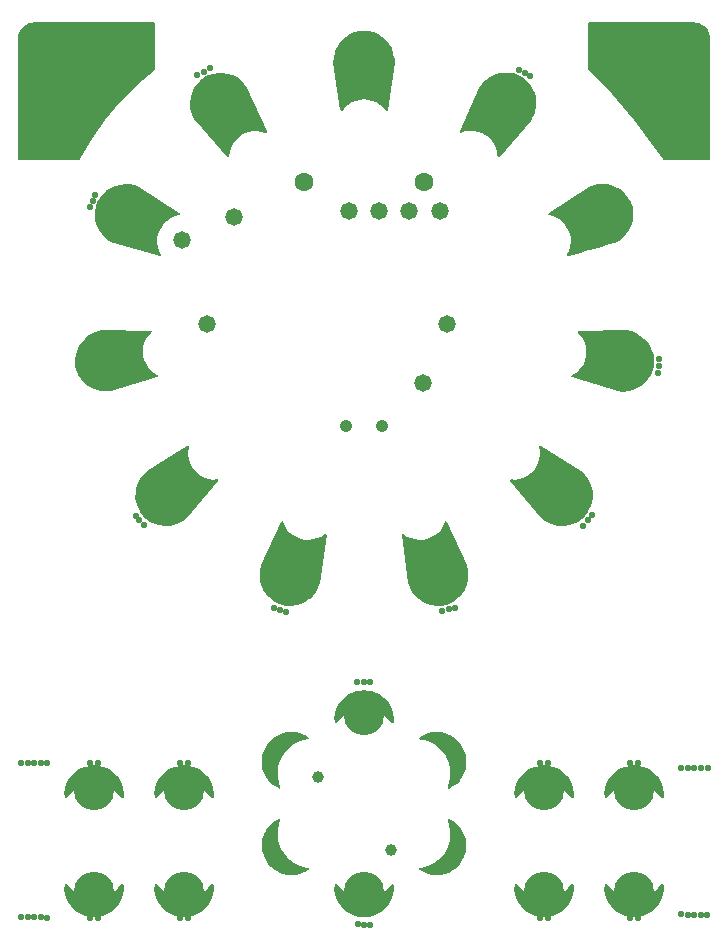
<source format=gbr>
G04 EAGLE Gerber RS-274X export*
G75*
%MOMM*%
%FSLAX34Y34*%
%LPD*%
%INSoldermask Bottom*%
%IPPOS*%
%AMOC8*
5,1,8,0,0,1.08239X$1,22.5*%
G01*
%ADD10C,0.584200*%
%ADD11C,3.419200*%
%ADD12C,1.003200*%
%ADD13C,4.267200*%
%ADD14C,1.603200*%
%ADD15C,1.053200*%
%ADD16C,1.473200*%

G36*
X63565Y684794D02*
X63565Y684794D01*
X63631Y684793D01*
X63705Y684814D01*
X63782Y684825D01*
X63841Y684851D01*
X63905Y684869D01*
X63971Y684909D01*
X64041Y684941D01*
X64091Y684983D01*
X64147Y685018D01*
X64189Y685066D01*
X64258Y685125D01*
X64319Y685216D01*
X64367Y685271D01*
X74718Y702244D01*
X85862Y718761D01*
X98460Y734166D01*
X112418Y748351D01*
X127655Y761225D01*
X127741Y761321D01*
X127830Y761416D01*
X127836Y761427D01*
X127845Y761437D01*
X127901Y761554D01*
X127960Y761669D01*
X127962Y761680D01*
X127968Y761693D01*
X128015Y761973D01*
X128013Y761988D01*
X128015Y762000D01*
X128015Y800100D01*
X128007Y800158D01*
X128009Y800216D01*
X127987Y800298D01*
X127975Y800382D01*
X127952Y800435D01*
X127937Y800491D01*
X127894Y800564D01*
X127859Y800641D01*
X127821Y800686D01*
X127792Y800736D01*
X127730Y800794D01*
X127676Y800858D01*
X127627Y800890D01*
X127584Y800930D01*
X127509Y800969D01*
X127439Y801016D01*
X127383Y801033D01*
X127331Y801060D01*
X127263Y801071D01*
X127168Y801101D01*
X127068Y801104D01*
X127000Y801115D01*
X25400Y801115D01*
X25351Y801108D01*
X25312Y801111D01*
X23106Y800918D01*
X23003Y800895D01*
X22932Y800888D01*
X20794Y800315D01*
X20696Y800273D01*
X20627Y800254D01*
X18621Y799319D01*
X18532Y799261D01*
X18468Y799230D01*
X16654Y797960D01*
X16577Y797888D01*
X16519Y797847D01*
X14953Y796281D01*
X14890Y796197D01*
X14840Y796146D01*
X13570Y794332D01*
X13522Y794238D01*
X13481Y794179D01*
X12546Y792173D01*
X12515Y792071D01*
X12485Y792006D01*
X11912Y789868D01*
X11899Y789763D01*
X11882Y789694D01*
X11689Y787488D01*
X11691Y787439D01*
X11685Y787400D01*
X11685Y685800D01*
X11693Y685742D01*
X11691Y685684D01*
X11713Y685602D01*
X11725Y685519D01*
X11749Y685465D01*
X11763Y685409D01*
X11806Y685336D01*
X11841Y685259D01*
X11879Y685214D01*
X11909Y685164D01*
X11970Y685106D01*
X12025Y685042D01*
X12073Y685010D01*
X12116Y684970D01*
X12191Y684931D01*
X12261Y684885D01*
X12317Y684867D01*
X12369Y684840D01*
X12437Y684829D01*
X12532Y684799D01*
X12632Y684796D01*
X12700Y684785D01*
X63500Y684785D01*
X63565Y684794D01*
G37*
G36*
X596958Y684793D02*
X596958Y684793D01*
X597016Y684791D01*
X597098Y684813D01*
X597182Y684825D01*
X597235Y684849D01*
X597291Y684863D01*
X597364Y684906D01*
X597441Y684941D01*
X597486Y684979D01*
X597536Y685009D01*
X597594Y685070D01*
X597658Y685125D01*
X597690Y685173D01*
X597730Y685216D01*
X597769Y685291D01*
X597816Y685361D01*
X597833Y685417D01*
X597860Y685469D01*
X597871Y685537D01*
X597901Y685632D01*
X597904Y685732D01*
X597915Y685800D01*
X597915Y787400D01*
X597908Y787449D01*
X597911Y787488D01*
X597718Y789694D01*
X597695Y789797D01*
X597688Y789868D01*
X597115Y792006D01*
X597073Y792104D01*
X597054Y792173D01*
X596119Y794179D01*
X596061Y794268D01*
X596030Y794332D01*
X594760Y796146D01*
X594688Y796223D01*
X594647Y796281D01*
X593081Y797847D01*
X592997Y797910D01*
X592946Y797960D01*
X591132Y799230D01*
X591038Y799278D01*
X590979Y799319D01*
X588973Y800254D01*
X588871Y800285D01*
X588806Y800315D01*
X586668Y800888D01*
X586563Y800901D01*
X586494Y800918D01*
X584288Y801111D01*
X584239Y801109D01*
X584200Y801115D01*
X495300Y801115D01*
X495242Y801107D01*
X495184Y801109D01*
X495102Y801087D01*
X495019Y801075D01*
X494965Y801052D01*
X494909Y801037D01*
X494836Y800994D01*
X494759Y800959D01*
X494714Y800921D01*
X494664Y800892D01*
X494606Y800830D01*
X494542Y800776D01*
X494510Y800727D01*
X494470Y800684D01*
X494431Y800609D01*
X494385Y800539D01*
X494367Y800483D01*
X494340Y800431D01*
X494329Y800363D01*
X494299Y800268D01*
X494296Y800168D01*
X494285Y800100D01*
X494285Y762000D01*
X494296Y761922D01*
X494297Y761843D01*
X494316Y761782D01*
X494325Y761719D01*
X494357Y761647D01*
X494380Y761571D01*
X494411Y761526D01*
X494441Y761459D01*
X494526Y761359D01*
X494570Y761295D01*
X514550Y740618D01*
X533202Y718777D01*
X550487Y695819D01*
X557971Y685215D01*
X557992Y685191D01*
X558009Y685164D01*
X558089Y685088D01*
X558165Y685008D01*
X558193Y684991D01*
X558216Y684970D01*
X558314Y684919D01*
X558410Y684863D01*
X558441Y684855D01*
X558469Y684840D01*
X558546Y684827D01*
X558685Y684791D01*
X558751Y684793D01*
X558800Y684785D01*
X596900Y684785D01*
X596958Y684793D01*
G37*
G36*
X285923Y726103D02*
X285923Y726103D01*
X286065Y726121D01*
X286067Y726122D01*
X286068Y726122D01*
X286193Y726176D01*
X286326Y726233D01*
X286328Y726234D01*
X286329Y726235D01*
X286342Y726246D01*
X286546Y726413D01*
X286564Y726438D01*
X286583Y726455D01*
X288892Y729251D01*
X291556Y731590D01*
X294558Y733474D01*
X297823Y734856D01*
X301266Y735699D01*
X304800Y735983D01*
X308334Y735699D01*
X311777Y734856D01*
X315042Y733474D01*
X318044Y731590D01*
X320708Y729251D01*
X323017Y726455D01*
X323019Y726453D01*
X323020Y726452D01*
X323124Y726357D01*
X323227Y726263D01*
X323229Y726262D01*
X323230Y726261D01*
X323360Y726197D01*
X323482Y726137D01*
X323484Y726137D01*
X323485Y726136D01*
X323626Y726111D01*
X323762Y726086D01*
X323764Y726087D01*
X323765Y726086D01*
X323902Y726101D01*
X324044Y726116D01*
X324046Y726116D01*
X324048Y726117D01*
X324176Y726169D01*
X324308Y726222D01*
X324310Y726223D01*
X324311Y726224D01*
X324419Y726309D01*
X324532Y726397D01*
X324533Y726399D01*
X324534Y726400D01*
X324615Y726513D01*
X324698Y726628D01*
X324699Y726630D01*
X324700Y726631D01*
X324706Y726648D01*
X324794Y726895D01*
X324796Y726926D01*
X324804Y726950D01*
X330804Y766950D01*
X330805Y767083D01*
X330813Y767161D01*
X330577Y771156D01*
X330559Y771248D01*
X330556Y771314D01*
X329698Y775223D01*
X329665Y775311D01*
X329651Y775375D01*
X328192Y779102D01*
X328147Y779183D01*
X328123Y779245D01*
X326099Y782698D01*
X326041Y782771D01*
X326008Y782829D01*
X323469Y785922D01*
X323400Y785986D01*
X323359Y786037D01*
X320367Y788695D01*
X320289Y788747D01*
X320240Y788792D01*
X316869Y790949D01*
X316784Y790988D01*
X316729Y791024D01*
X313062Y792628D01*
X312972Y792653D01*
X312912Y792680D01*
X309039Y793691D01*
X308946Y793702D01*
X308882Y793719D01*
X304900Y794111D01*
X304809Y794108D01*
X304757Y794108D01*
X304700Y794111D01*
X300718Y793719D01*
X300627Y793697D01*
X300561Y793691D01*
X296688Y792681D01*
X296602Y792645D01*
X296538Y792628D01*
X292871Y791025D01*
X292792Y790975D01*
X292731Y790949D01*
X289360Y788792D01*
X289289Y788731D01*
X289233Y788696D01*
X286241Y786037D01*
X286181Y785966D01*
X286131Y785922D01*
X283592Y782829D01*
X283543Y782749D01*
X283501Y782698D01*
X281477Y779245D01*
X281441Y779159D01*
X281407Y779102D01*
X279948Y775375D01*
X279927Y775284D01*
X279902Y775223D01*
X279044Y771314D01*
X279037Y771221D01*
X279022Y771156D01*
X278787Y767161D01*
X278797Y767029D01*
X278796Y766950D01*
X284796Y726950D01*
X284797Y726949D01*
X284797Y726947D01*
X284836Y726816D01*
X284877Y726678D01*
X284878Y726676D01*
X284879Y726674D01*
X284955Y726557D01*
X285031Y726439D01*
X285032Y726437D01*
X285033Y726436D01*
X285140Y726343D01*
X285244Y726251D01*
X285246Y726250D01*
X285248Y726249D01*
X285376Y726190D01*
X285502Y726131D01*
X285504Y726130D01*
X285505Y726129D01*
X285645Y726108D01*
X285783Y726086D01*
X285784Y726086D01*
X285786Y726086D01*
X285923Y726103D01*
G37*
G36*
X243277Y307144D02*
X243277Y307144D01*
X243343Y307142D01*
X247312Y307652D01*
X247402Y307677D01*
X247468Y307684D01*
X251309Y308809D01*
X251394Y308848D01*
X251458Y308866D01*
X255075Y310578D01*
X255153Y310629D01*
X255214Y310657D01*
X258519Y312914D01*
X258588Y312977D01*
X258643Y313013D01*
X261555Y315759D01*
X261613Y315832D01*
X261662Y315877D01*
X264108Y319045D01*
X264154Y319126D01*
X264195Y319178D01*
X266115Y322689D01*
X266148Y322777D01*
X266181Y322835D01*
X267528Y326603D01*
X267555Y326733D01*
X267578Y326808D01*
X273046Y366884D01*
X273046Y366886D01*
X273047Y366888D01*
X273046Y367027D01*
X273045Y367168D01*
X273044Y367170D01*
X273044Y367172D01*
X273004Y367307D01*
X272965Y367441D01*
X272964Y367443D01*
X272963Y367445D01*
X272886Y367565D01*
X272812Y367681D01*
X272811Y367682D01*
X272810Y367684D01*
X272702Y367778D01*
X272599Y367869D01*
X272597Y367870D01*
X272596Y367871D01*
X272468Y367931D01*
X272342Y367991D01*
X272340Y367991D01*
X272338Y367992D01*
X272202Y368013D01*
X272061Y368036D01*
X272059Y368036D01*
X272058Y368036D01*
X271916Y368019D01*
X271779Y368002D01*
X271777Y368002D01*
X271775Y368001D01*
X271758Y367994D01*
X271517Y367892D01*
X271493Y367872D01*
X271470Y367861D01*
X268469Y365825D01*
X265256Y364328D01*
X261845Y363362D01*
X258324Y362953D01*
X254782Y363110D01*
X251311Y363829D01*
X247999Y365093D01*
X244931Y366869D01*
X242185Y369111D01*
X239832Y371763D01*
X237932Y374755D01*
X236501Y378087D01*
X236500Y378089D01*
X236499Y378091D01*
X236425Y378211D01*
X236353Y378330D01*
X236351Y378332D01*
X236350Y378333D01*
X236247Y378428D01*
X236144Y378523D01*
X236142Y378524D01*
X236141Y378525D01*
X236016Y378587D01*
X235889Y378650D01*
X235887Y378650D01*
X235886Y378651D01*
X235746Y378676D01*
X235610Y378701D01*
X235608Y378701D01*
X235606Y378701D01*
X235464Y378687D01*
X235327Y378673D01*
X235325Y378672D01*
X235323Y378672D01*
X235190Y378618D01*
X235063Y378567D01*
X235061Y378566D01*
X235059Y378566D01*
X234947Y378478D01*
X234838Y378393D01*
X234837Y378391D01*
X234836Y378390D01*
X234825Y378375D01*
X234671Y378163D01*
X234661Y378134D01*
X234646Y378113D01*
X217661Y341405D01*
X217622Y341278D01*
X217593Y341205D01*
X216698Y337305D01*
X216690Y337211D01*
X216675Y337147D01*
X216401Y333154D01*
X216408Y333061D01*
X216403Y332995D01*
X216757Y329009D01*
X216778Y328918D01*
X216783Y328852D01*
X217757Y324970D01*
X217792Y324883D01*
X217808Y324819D01*
X219376Y321137D01*
X219425Y321057D01*
X219450Y320996D01*
X221575Y317604D01*
X221636Y317533D01*
X221670Y317477D01*
X224300Y314460D01*
X224371Y314398D01*
X224414Y314348D01*
X227483Y311780D01*
X227562Y311730D01*
X227613Y311687D01*
X231046Y309630D01*
X231132Y309594D01*
X231188Y309560D01*
X234901Y308065D01*
X235020Y308036D01*
X235092Y308009D01*
X239025Y307268D01*
X239118Y307264D01*
X239183Y307251D01*
X243184Y307134D01*
X243277Y307144D01*
G37*
G36*
X370418Y307251D02*
X370418Y307251D01*
X370510Y307267D01*
X370576Y307268D01*
X374509Y308009D01*
X374625Y308049D01*
X374700Y308065D01*
X378413Y309559D01*
X378494Y309606D01*
X378555Y309630D01*
X381989Y311687D01*
X382061Y311746D01*
X382118Y311779D01*
X385188Y314348D01*
X385250Y314417D01*
X385301Y314459D01*
X387931Y317476D01*
X387982Y317555D01*
X388026Y317604D01*
X390151Y320995D01*
X390189Y321081D01*
X390225Y321137D01*
X391794Y324819D01*
X391818Y324909D01*
X391845Y324970D01*
X392818Y328852D01*
X392828Y328944D01*
X392845Y329009D01*
X393199Y332995D01*
X393194Y333088D01*
X393200Y333154D01*
X392927Y337147D01*
X392907Y337239D01*
X392903Y337305D01*
X392008Y341205D01*
X391961Y341329D01*
X391940Y341405D01*
X374955Y378113D01*
X374954Y378115D01*
X374953Y378116D01*
X374878Y378232D01*
X374800Y378352D01*
X374799Y378353D01*
X374798Y378355D01*
X374692Y378446D01*
X374586Y378538D01*
X374584Y378539D01*
X374583Y378540D01*
X374454Y378600D01*
X374328Y378658D01*
X374326Y378658D01*
X374324Y378659D01*
X374186Y378680D01*
X374047Y378702D01*
X374045Y378702D01*
X374043Y378702D01*
X373903Y378684D01*
X373765Y378666D01*
X373763Y378665D01*
X373761Y378665D01*
X373630Y378608D01*
X373504Y378553D01*
X373503Y378552D01*
X373501Y378551D01*
X373392Y378461D01*
X373285Y378372D01*
X373284Y378371D01*
X373282Y378370D01*
X373272Y378354D01*
X373124Y378138D01*
X373114Y378109D01*
X373100Y378087D01*
X371669Y374755D01*
X369769Y371763D01*
X367416Y369111D01*
X364670Y366869D01*
X361602Y365093D01*
X358290Y363829D01*
X354819Y363110D01*
X351277Y362953D01*
X347756Y363362D01*
X344345Y364328D01*
X341132Y365825D01*
X338131Y367861D01*
X338129Y367862D01*
X338128Y367864D01*
X338001Y367925D01*
X337875Y367987D01*
X337874Y367987D01*
X337872Y367988D01*
X337733Y368012D01*
X337595Y368036D01*
X337594Y368036D01*
X337592Y368036D01*
X337455Y368021D01*
X337313Y368006D01*
X337311Y368005D01*
X337309Y368005D01*
X337182Y367953D01*
X337050Y367899D01*
X337048Y367897D01*
X337046Y367897D01*
X336938Y367811D01*
X336826Y367722D01*
X336825Y367721D01*
X336824Y367720D01*
X336743Y367605D01*
X336661Y367491D01*
X336660Y367490D01*
X336659Y367488D01*
X336613Y367356D01*
X336566Y367223D01*
X336566Y367221D01*
X336565Y367220D01*
X336564Y367202D01*
X336549Y366940D01*
X336556Y366909D01*
X336555Y366884D01*
X342023Y326808D01*
X342059Y326680D01*
X342073Y326603D01*
X343420Y322835D01*
X343464Y322752D01*
X343486Y322690D01*
X345406Y319178D01*
X345462Y319104D01*
X345493Y319045D01*
X347940Y315878D01*
X348007Y315812D01*
X348047Y315760D01*
X350958Y313014D01*
X351035Y312960D01*
X351082Y312914D01*
X354388Y310657D01*
X354472Y310616D01*
X354526Y310578D01*
X358143Y308866D01*
X358233Y308839D01*
X358292Y308810D01*
X362133Y307685D01*
X362225Y307671D01*
X362289Y307652D01*
X366258Y307142D01*
X366352Y307143D01*
X366417Y307134D01*
X370418Y307251D01*
G37*
G36*
X139776Y375054D02*
X139776Y375054D01*
X139868Y375070D01*
X139934Y375071D01*
X143869Y375802D01*
X143958Y375831D01*
X144023Y375843D01*
X147795Y377180D01*
X147878Y377224D01*
X147940Y377245D01*
X151457Y379156D01*
X151532Y379212D01*
X151590Y379243D01*
X154764Y381680D01*
X154857Y381775D01*
X154917Y381825D01*
X181223Y412550D01*
X181224Y412552D01*
X181225Y412553D01*
X181298Y412668D01*
X181376Y412790D01*
X181376Y412792D01*
X181377Y412793D01*
X181418Y412932D01*
X181456Y413063D01*
X181456Y413064D01*
X181457Y413066D01*
X181457Y413211D01*
X181458Y413347D01*
X181457Y413349D01*
X181457Y413351D01*
X181418Y413487D01*
X181381Y413620D01*
X181380Y413622D01*
X181379Y413624D01*
X181307Y413739D01*
X181230Y413862D01*
X181229Y413863D01*
X181228Y413865D01*
X181123Y413959D01*
X181019Y414052D01*
X181018Y414053D01*
X181016Y414054D01*
X180890Y414115D01*
X180764Y414177D01*
X180762Y414177D01*
X180760Y414178D01*
X180743Y414180D01*
X180484Y414225D01*
X180453Y414222D01*
X180428Y414225D01*
X176802Y414140D01*
X173290Y414622D01*
X169900Y415658D01*
X166718Y417221D01*
X163826Y419271D01*
X161299Y421756D01*
X159199Y424613D01*
X157582Y427768D01*
X156489Y431140D01*
X155947Y434643D01*
X155971Y438188D01*
X156235Y439755D01*
X156235Y439756D01*
X156405Y440771D01*
X156406Y440771D01*
X156573Y441764D01*
X156573Y441766D01*
X156573Y441768D01*
X156576Y441904D01*
X156580Y442049D01*
X156580Y442050D01*
X156580Y442052D01*
X156544Y442186D01*
X156509Y442324D01*
X156508Y442325D01*
X156507Y442327D01*
X156435Y442447D01*
X156364Y442568D01*
X156362Y442569D01*
X156361Y442571D01*
X156258Y442667D01*
X156156Y442763D01*
X156155Y442764D01*
X156153Y442765D01*
X156025Y442830D01*
X155903Y442892D01*
X155902Y442893D01*
X155900Y442894D01*
X155762Y442920D01*
X155624Y442947D01*
X155622Y442947D01*
X155621Y442947D01*
X155481Y442934D01*
X155341Y442922D01*
X155339Y442921D01*
X155337Y442921D01*
X155321Y442914D01*
X155076Y442819D01*
X155051Y442800D01*
X155028Y442790D01*
X150259Y439767D01*
X137445Y431645D01*
X120866Y421136D01*
X120764Y421050D01*
X120700Y421005D01*
X117835Y418211D01*
X117778Y418137D01*
X117730Y418091D01*
X115337Y414883D01*
X115292Y414801D01*
X115252Y414749D01*
X113391Y411206D01*
X113359Y411118D01*
X113328Y411059D01*
X112043Y407269D01*
X112026Y407177D01*
X112004Y407115D01*
X111914Y406588D01*
X111740Y405573D01*
X111740Y405572D01*
X111566Y404557D01*
X111392Y403542D01*
X111328Y403170D01*
X111325Y403077D01*
X111314Y403011D01*
X111263Y399010D01*
X111275Y398917D01*
X111274Y398851D01*
X111850Y394890D01*
X111876Y394800D01*
X111885Y394735D01*
X113073Y390913D01*
X113106Y390844D01*
X113118Y390800D01*
X113126Y390785D01*
X113132Y390765D01*
X114904Y387177D01*
X114957Y387100D01*
X114985Y387040D01*
X117297Y383772D01*
X117381Y383683D01*
X117427Y383622D01*
X120331Y380868D01*
X120407Y380814D01*
X120455Y380768D01*
X123754Y378503D01*
X123838Y378461D01*
X123892Y378423D01*
X127505Y376702D01*
X127594Y376674D01*
X127654Y376645D01*
X131492Y375510D01*
X131584Y375496D01*
X131648Y375477D01*
X135616Y374956D01*
X135709Y374957D01*
X135775Y374948D01*
X139776Y375054D01*
G37*
G36*
X131984Y603168D02*
X131984Y603168D01*
X131986Y603168D01*
X132125Y603188D01*
X132263Y603208D01*
X132265Y603209D01*
X132267Y603209D01*
X132396Y603268D01*
X132522Y603325D01*
X132524Y603326D01*
X132525Y603327D01*
X132632Y603418D01*
X132739Y603509D01*
X132740Y603511D01*
X132741Y603512D01*
X132817Y603626D01*
X132896Y603746D01*
X132896Y603748D01*
X132898Y603749D01*
X132939Y603882D01*
X132981Y604017D01*
X132981Y604019D01*
X132982Y604021D01*
X132984Y604160D01*
X132988Y604301D01*
X132987Y604303D01*
X132987Y604305D01*
X132982Y604322D01*
X132915Y604576D01*
X132899Y604603D01*
X132892Y604627D01*
X131305Y607888D01*
X130281Y611282D01*
X129812Y614796D01*
X129909Y618339D01*
X130569Y621822D01*
X131777Y625155D01*
X133500Y628253D01*
X135695Y631037D01*
X138306Y633435D01*
X141266Y635386D01*
X144499Y636840D01*
X148001Y637781D01*
X148003Y637782D01*
X148005Y637782D01*
X148134Y637837D01*
X148263Y637892D01*
X148264Y637894D01*
X148266Y637894D01*
X148373Y637982D01*
X148483Y638072D01*
X148484Y638074D01*
X148486Y638075D01*
X148566Y638191D01*
X148645Y638306D01*
X148646Y638307D01*
X148647Y638309D01*
X148691Y638441D01*
X148736Y638575D01*
X148736Y638577D01*
X148736Y638579D01*
X148742Y638718D01*
X148748Y638859D01*
X148748Y638861D01*
X148748Y638863D01*
X148715Y638997D01*
X148682Y639135D01*
X148681Y639137D01*
X148680Y639139D01*
X148611Y639260D01*
X148541Y639382D01*
X148539Y639384D01*
X148538Y639385D01*
X148525Y639398D01*
X148337Y639581D01*
X148310Y639595D01*
X148291Y639612D01*
X114381Y661660D01*
X114261Y661716D01*
X114193Y661756D01*
X110460Y663198D01*
X110369Y663219D01*
X110307Y663243D01*
X106394Y664084D01*
X106301Y664090D01*
X106237Y664105D01*
X102240Y664323D01*
X102147Y664315D01*
X102081Y664319D01*
X98100Y663909D01*
X98009Y663887D01*
X97943Y663880D01*
X94075Y662853D01*
X93989Y662816D01*
X93925Y662800D01*
X90266Y661180D01*
X90186Y661131D01*
X90125Y661104D01*
X86764Y658932D01*
X86694Y658871D01*
X86638Y658835D01*
X83658Y656164D01*
X83597Y656092D01*
X83548Y656049D01*
X81022Y652944D01*
X80974Y652864D01*
X80932Y652813D01*
X78923Y649351D01*
X78910Y649318D01*
X78893Y649293D01*
X78873Y649230D01*
X78841Y649170D01*
X77546Y645383D01*
X77528Y645291D01*
X77506Y645229D01*
X76820Y641286D01*
X76817Y641193D01*
X76805Y641128D01*
X76744Y637126D01*
X76756Y637033D01*
X76754Y636967D01*
X77319Y633005D01*
X77345Y632915D01*
X77354Y632849D01*
X78533Y629025D01*
X78572Y628940D01*
X78591Y628877D01*
X80353Y625283D01*
X80406Y625206D01*
X80435Y625146D01*
X82737Y621873D01*
X82759Y621849D01*
X82776Y621821D01*
X82815Y621785D01*
X82839Y621750D01*
X85625Y618877D01*
X85699Y618820D01*
X85745Y618772D01*
X88946Y616370D01*
X89028Y616325D01*
X89080Y616285D01*
X92618Y614413D01*
X92743Y614368D01*
X92814Y614335D01*
X131700Y603207D01*
X131702Y603206D01*
X131704Y603206D01*
X131843Y603187D01*
X131982Y603168D01*
X131984Y603168D01*
G37*
G36*
X86619Y488684D02*
X86619Y488684D01*
X86685Y488679D01*
X90673Y489015D01*
X90802Y489045D01*
X90880Y489055D01*
X129615Y500699D01*
X129617Y500699D01*
X129619Y500700D01*
X129744Y500758D01*
X129873Y500818D01*
X129875Y500819D01*
X129876Y500820D01*
X129982Y500912D01*
X130088Y501004D01*
X130089Y501005D01*
X130091Y501007D01*
X130168Y501126D01*
X130243Y501242D01*
X130244Y501244D01*
X130245Y501246D01*
X130286Y501383D01*
X130326Y501514D01*
X130326Y501516D01*
X130327Y501518D01*
X130328Y501658D01*
X130330Y501798D01*
X130330Y501800D01*
X130330Y501802D01*
X130294Y501929D01*
X130255Y502073D01*
X130254Y502074D01*
X130254Y502076D01*
X130183Y502192D01*
X130107Y502315D01*
X130106Y502317D01*
X130105Y502318D01*
X130092Y502329D01*
X129898Y502508D01*
X129870Y502521D01*
X129851Y502538D01*
X126754Y504424D01*
X124059Y506727D01*
X121765Y509431D01*
X119933Y512465D01*
X118607Y515753D01*
X117822Y519210D01*
X117599Y522748D01*
X117942Y526276D01*
X118844Y529705D01*
X120281Y532945D01*
X122216Y535916D01*
X124654Y538600D01*
X124656Y538601D01*
X124657Y538603D01*
X124735Y538719D01*
X124814Y538835D01*
X124815Y538837D01*
X124816Y538838D01*
X124859Y538971D01*
X124903Y539105D01*
X124903Y539107D01*
X124903Y539109D01*
X124908Y539249D01*
X124913Y539389D01*
X124912Y539391D01*
X124912Y539393D01*
X124878Y539528D01*
X124843Y539665D01*
X124842Y539667D01*
X124842Y539668D01*
X124773Y539785D01*
X124701Y539911D01*
X124699Y539912D01*
X124698Y539914D01*
X124600Y540007D01*
X124495Y540107D01*
X124493Y540108D01*
X124492Y540109D01*
X124367Y540174D01*
X124243Y540239D01*
X124241Y540239D01*
X124240Y540240D01*
X124222Y540243D01*
X123965Y540296D01*
X123934Y540293D01*
X123909Y540298D01*
X83462Y540531D01*
X83331Y540513D01*
X83252Y540510D01*
X79332Y539707D01*
X79244Y539676D01*
X79179Y539663D01*
X75432Y538256D01*
X75350Y538211D01*
X75288Y538189D01*
X71807Y536213D01*
X71733Y536156D01*
X71675Y536124D01*
X68547Y533628D01*
X68482Y533560D01*
X68430Y533519D01*
X65730Y530565D01*
X65678Y530488D01*
X65632Y530439D01*
X63428Y527099D01*
X63388Y527015D01*
X63351Y526960D01*
X61696Y523316D01*
X61670Y523226D01*
X61642Y523166D01*
X60577Y519308D01*
X60565Y519215D01*
X60547Y519152D01*
X60099Y515175D01*
X60102Y515081D01*
X60094Y515016D01*
X60273Y511018D01*
X60293Y510916D01*
X60292Y510895D01*
X60298Y510871D01*
X60302Y510821D01*
X61258Y506934D01*
X61293Y506848D01*
X61308Y506783D01*
X62861Y503094D01*
X62909Y503014D01*
X62934Y502953D01*
X65044Y499552D01*
X65104Y499481D01*
X65139Y499424D01*
X67755Y496395D01*
X67826Y496334D01*
X67868Y496283D01*
X70926Y493702D01*
X71005Y493652D01*
X71056Y493609D01*
X74480Y491537D01*
X74566Y491500D01*
X74622Y491465D01*
X78328Y489955D01*
X78419Y489932D01*
X78480Y489906D01*
X82377Y488994D01*
X82470Y488985D01*
X82534Y488970D01*
X86526Y488678D01*
X86619Y488684D01*
G37*
G36*
X473919Y374959D02*
X473919Y374959D01*
X473985Y374956D01*
X477953Y375477D01*
X478043Y375502D01*
X478109Y375510D01*
X481947Y376645D01*
X482032Y376684D01*
X482096Y376702D01*
X485709Y378423D01*
X485786Y378475D01*
X485847Y378503D01*
X489146Y380768D01*
X489215Y380832D01*
X489270Y380869D01*
X492174Y383622D01*
X492251Y383718D01*
X492304Y383772D01*
X494616Y387040D01*
X494658Y387123D01*
X494697Y387177D01*
X496469Y390765D01*
X496498Y390854D01*
X496528Y390913D01*
X497716Y394735D01*
X497731Y394827D01*
X497752Y394890D01*
X498328Y398851D01*
X498328Y398944D01*
X498338Y399010D01*
X498288Y403011D01*
X498273Y403104D01*
X498273Y403170D01*
X497597Y407115D01*
X497569Y407204D01*
X497558Y407269D01*
X496274Y411060D01*
X496231Y411143D01*
X496211Y411206D01*
X494349Y414749D01*
X494294Y414825D01*
X494264Y414883D01*
X491871Y418091D01*
X491805Y418158D01*
X491766Y418211D01*
X488901Y421005D01*
X488794Y421084D01*
X488735Y421136D01*
X454573Y442790D01*
X454571Y442791D01*
X454570Y442792D01*
X454445Y442848D01*
X454314Y442907D01*
X454312Y442908D01*
X454310Y442909D01*
X454173Y442928D01*
X454032Y442948D01*
X454031Y442948D01*
X454029Y442948D01*
X453891Y442929D01*
X453751Y442909D01*
X453749Y442908D01*
X453747Y442908D01*
X453619Y442850D01*
X453491Y442794D01*
X453490Y442792D01*
X453488Y442792D01*
X453378Y442699D01*
X453274Y442611D01*
X453272Y442609D01*
X453271Y442608D01*
X453191Y442488D01*
X453115Y442375D01*
X453115Y442373D01*
X453114Y442371D01*
X453070Y442233D01*
X453029Y442104D01*
X453029Y442102D01*
X453028Y442100D01*
X453028Y442081D01*
X453020Y441820D01*
X453028Y441790D01*
X453028Y441764D01*
X453630Y438188D01*
X453654Y434643D01*
X453112Y431140D01*
X452019Y427768D01*
X450402Y424613D01*
X448302Y421756D01*
X445775Y419271D01*
X442883Y417221D01*
X439701Y415658D01*
X436311Y414622D01*
X432799Y414140D01*
X429173Y414225D01*
X429171Y414225D01*
X429169Y414226D01*
X429031Y414209D01*
X428891Y414192D01*
X428889Y414192D01*
X428887Y414191D01*
X428759Y414137D01*
X428629Y414082D01*
X428627Y414081D01*
X428626Y414080D01*
X428514Y413990D01*
X428408Y413904D01*
X428406Y413902D01*
X428405Y413901D01*
X428323Y413784D01*
X428244Y413671D01*
X428244Y413669D01*
X428243Y413667D01*
X428198Y413535D01*
X428152Y413402D01*
X428152Y413400D01*
X428151Y413398D01*
X428145Y413256D01*
X428138Y413118D01*
X428139Y413116D01*
X428139Y413114D01*
X428171Y412977D01*
X428203Y412841D01*
X428204Y412840D01*
X428205Y412838D01*
X428214Y412823D01*
X428343Y412594D01*
X428365Y412572D01*
X428378Y412550D01*
X454684Y381825D01*
X454783Y381738D01*
X454837Y381680D01*
X458011Y379243D01*
X458077Y379206D01*
X458090Y379194D01*
X458110Y379184D01*
X458144Y379156D01*
X461661Y377245D01*
X461748Y377213D01*
X461806Y377181D01*
X465578Y375843D01*
X465670Y375825D01*
X465732Y375802D01*
X469667Y375071D01*
X469760Y375067D01*
X469825Y375054D01*
X473826Y374948D01*
X473919Y374959D01*
G37*
G36*
X477584Y603271D02*
X477584Y603271D01*
X477846Y603293D01*
X477875Y603304D01*
X477900Y603307D01*
X481450Y604323D01*
X484998Y605338D01*
X488545Y606353D01*
X488546Y606353D01*
X492093Y607368D01*
X495641Y608384D01*
X499189Y609399D01*
X502737Y610414D01*
X506284Y611429D01*
X509832Y612445D01*
X513380Y613460D01*
X516786Y614435D01*
X516908Y614489D01*
X516982Y614513D01*
X520519Y616385D01*
X520595Y616440D01*
X520654Y616470D01*
X523855Y618872D01*
X523922Y618938D01*
X523975Y618977D01*
X526761Y621850D01*
X526774Y621868D01*
X526790Y621882D01*
X526827Y621937D01*
X526863Y621973D01*
X529165Y625246D01*
X529208Y625330D01*
X529246Y625383D01*
X531008Y628977D01*
X531037Y629066D01*
X531067Y629125D01*
X532245Y632950D01*
X532260Y633042D01*
X532280Y633105D01*
X532846Y637067D01*
X532846Y637160D01*
X532856Y637226D01*
X532795Y641228D01*
X532780Y641320D01*
X532780Y641386D01*
X532094Y645329D01*
X532065Y645418D01*
X532054Y645483D01*
X530759Y649270D01*
X530736Y649316D01*
X530729Y649345D01*
X530697Y649399D01*
X530677Y649451D01*
X528668Y652913D01*
X528611Y652986D01*
X528578Y653044D01*
X526052Y656149D01*
X525984Y656212D01*
X525942Y656264D01*
X522962Y658936D01*
X522885Y658988D01*
X522836Y659032D01*
X519475Y661205D01*
X519390Y661244D01*
X519335Y661280D01*
X515675Y662900D01*
X515585Y662926D01*
X515525Y662953D01*
X511657Y663981D01*
X511564Y663992D01*
X511500Y664009D01*
X507519Y664419D01*
X507425Y664416D01*
X507360Y664423D01*
X503363Y664205D01*
X503272Y664187D01*
X503206Y664184D01*
X499293Y663344D01*
X499205Y663311D01*
X499140Y663298D01*
X495407Y661856D01*
X495291Y661791D01*
X495219Y661760D01*
X461309Y639712D01*
X461307Y639711D01*
X461306Y639710D01*
X461198Y639616D01*
X461095Y639526D01*
X461094Y639524D01*
X461092Y639523D01*
X461016Y639404D01*
X460940Y639287D01*
X460940Y639285D01*
X460939Y639283D01*
X460900Y639151D01*
X460859Y639014D01*
X460859Y639013D01*
X460858Y639011D01*
X460857Y638871D01*
X460855Y638730D01*
X460856Y638728D01*
X460856Y638726D01*
X460894Y638589D01*
X460931Y638456D01*
X460932Y638455D01*
X460933Y638453D01*
X461008Y638331D01*
X461080Y638214D01*
X461082Y638213D01*
X461083Y638211D01*
X461186Y638118D01*
X461290Y638023D01*
X461292Y638022D01*
X461293Y638020D01*
X461310Y638013D01*
X461545Y637897D01*
X461576Y637891D01*
X461599Y637881D01*
X465101Y636940D01*
X468334Y635486D01*
X471294Y633535D01*
X473905Y631137D01*
X476100Y628353D01*
X477823Y625255D01*
X479031Y621922D01*
X479691Y618439D01*
X479788Y614896D01*
X479319Y611382D01*
X478295Y607988D01*
X476708Y604727D01*
X476707Y604725D01*
X476706Y604724D01*
X476664Y604592D01*
X476620Y604457D01*
X476620Y604455D01*
X476620Y604453D01*
X476616Y604314D01*
X476611Y604172D01*
X476612Y604171D01*
X476612Y604169D01*
X476646Y604035D01*
X476681Y603897D01*
X476682Y603895D01*
X476683Y603893D01*
X476756Y603771D01*
X476825Y603652D01*
X476827Y603650D01*
X476828Y603649D01*
X476931Y603552D01*
X477031Y603456D01*
X477033Y603455D01*
X477035Y603454D01*
X477157Y603391D01*
X477284Y603325D01*
X477286Y603325D01*
X477287Y603324D01*
X477423Y603297D01*
X477562Y603269D01*
X477564Y603269D01*
X477566Y603269D01*
X477584Y603271D01*
G37*
G36*
X189713Y686906D02*
X189713Y686906D01*
X189853Y686924D01*
X189855Y686925D01*
X189857Y686925D01*
X189983Y686981D01*
X190114Y687038D01*
X190115Y687040D01*
X190117Y687040D01*
X190223Y687129D01*
X190332Y687220D01*
X190333Y687222D01*
X190335Y687223D01*
X190412Y687338D01*
X190492Y687456D01*
X190492Y687457D01*
X190493Y687459D01*
X190499Y687476D01*
X190580Y687726D01*
X190581Y687757D01*
X190588Y687781D01*
X191020Y691382D01*
X191998Y694789D01*
X193507Y697997D01*
X195508Y700923D01*
X197950Y703493D01*
X200770Y705641D01*
X203897Y707311D01*
X207250Y708462D01*
X210744Y709063D01*
X214289Y709099D01*
X217794Y708570D01*
X221248Y707464D01*
X221250Y707464D01*
X221251Y707463D01*
X221392Y707440D01*
X221528Y707416D01*
X221530Y707417D01*
X221532Y707416D01*
X221673Y707433D01*
X221810Y707448D01*
X221812Y707449D01*
X221814Y707449D01*
X221942Y707503D01*
X222073Y707557D01*
X222075Y707558D01*
X222076Y707559D01*
X222184Y707645D01*
X222295Y707734D01*
X222297Y707736D01*
X222298Y707737D01*
X222378Y707850D01*
X222460Y707966D01*
X222460Y707968D01*
X222461Y707969D01*
X222507Y708101D01*
X222553Y708234D01*
X222553Y708236D01*
X222554Y708238D01*
X222561Y708375D01*
X222569Y708518D01*
X222568Y708520D01*
X222569Y708522D01*
X222564Y708540D01*
X222505Y708795D01*
X222490Y708822D01*
X222484Y708847D01*
X205923Y745749D01*
X205852Y745861D01*
X205817Y745931D01*
X203460Y749165D01*
X203395Y749232D01*
X203357Y749286D01*
X200523Y752112D01*
X200448Y752168D01*
X200402Y752216D01*
X197161Y754564D01*
X197078Y754607D01*
X197025Y754647D01*
X193456Y756459D01*
X193368Y756489D01*
X193309Y756519D01*
X189501Y757751D01*
X189409Y757767D01*
X189346Y757788D01*
X185393Y758409D01*
X185299Y758410D01*
X185234Y758421D01*
X181232Y758416D01*
X181139Y758403D01*
X181073Y758403D01*
X177121Y757772D01*
X177032Y757744D01*
X176966Y757735D01*
X173161Y756493D01*
X173077Y756452D01*
X173014Y756432D01*
X169451Y754610D01*
X169350Y754540D01*
X169283Y754503D01*
X166144Y752021D01*
X166079Y751953D01*
X166027Y751913D01*
X163314Y748970D01*
X163261Y748893D01*
X163215Y748845D01*
X160996Y745514D01*
X160956Y745430D01*
X160919Y745375D01*
X159248Y741739D01*
X159221Y741649D01*
X159193Y741589D01*
X158111Y737736D01*
X158099Y737643D01*
X158081Y737580D01*
X157615Y733605D01*
X157617Y733511D01*
X157609Y733445D01*
X157771Y729447D01*
X157776Y729422D01*
X157776Y729411D01*
X157783Y729382D01*
X157788Y729355D01*
X157790Y729288D01*
X158576Y725364D01*
X158607Y725276D01*
X158619Y725211D01*
X160009Y721458D01*
X160054Y721376D01*
X160076Y721313D01*
X162036Y717824D01*
X162093Y717750D01*
X162108Y717724D01*
X162120Y717712D01*
X162158Y717652D01*
X188816Y687233D01*
X188818Y687232D01*
X188819Y687230D01*
X188929Y687136D01*
X189032Y687047D01*
X189034Y687047D01*
X189035Y687045D01*
X189167Y686986D01*
X189290Y686929D01*
X189292Y686929D01*
X189294Y686928D01*
X189434Y686907D01*
X189571Y686887D01*
X189573Y686887D01*
X189575Y686887D01*
X189713Y686906D01*
G37*
G36*
X418838Y687141D02*
X418838Y687141D01*
X418977Y687155D01*
X418978Y687155D01*
X418980Y687155D01*
X419112Y687208D01*
X419241Y687259D01*
X419243Y687260D01*
X419245Y687260D01*
X419259Y687272D01*
X419467Y687432D01*
X419485Y687457D01*
X419505Y687473D01*
X446163Y717892D01*
X446236Y718003D01*
X446285Y718064D01*
X448245Y721553D01*
X448279Y721641D01*
X448312Y721698D01*
X449701Y725451D01*
X449721Y725542D01*
X449745Y725604D01*
X450530Y729528D01*
X450534Y729587D01*
X450538Y729599D01*
X450539Y729636D01*
X450549Y729687D01*
X450711Y733685D01*
X450702Y733778D01*
X450705Y733845D01*
X450240Y737820D01*
X450216Y737910D01*
X450209Y737976D01*
X449128Y741829D01*
X449090Y741915D01*
X449073Y741979D01*
X447402Y745615D01*
X447352Y745694D01*
X447324Y745754D01*
X445105Y749085D01*
X445043Y749155D01*
X445007Y749210D01*
X442294Y752153D01*
X442222Y752212D01*
X442177Y752261D01*
X439038Y754743D01*
X438932Y754805D01*
X438870Y754850D01*
X435307Y756672D01*
X435218Y756702D01*
X435160Y756733D01*
X431355Y757975D01*
X431263Y757991D01*
X431200Y758012D01*
X427248Y758643D01*
X427155Y758645D01*
X427089Y758656D01*
X423087Y758661D01*
X422995Y758649D01*
X422928Y758649D01*
X418975Y758028D01*
X418885Y758001D01*
X418820Y757991D01*
X415012Y756760D01*
X414928Y756719D01*
X414865Y756699D01*
X411296Y754887D01*
X411219Y754833D01*
X411160Y754804D01*
X407919Y752456D01*
X407852Y752391D01*
X407798Y752353D01*
X404964Y749526D01*
X404908Y749452D01*
X404861Y749405D01*
X402504Y746171D01*
X402441Y746054D01*
X402398Y745989D01*
X385837Y709087D01*
X385837Y709085D01*
X385836Y709083D01*
X385797Y708948D01*
X385758Y708814D01*
X385758Y708812D01*
X385758Y708810D01*
X385758Y708668D01*
X385758Y708529D01*
X385759Y708528D01*
X385759Y708526D01*
X385799Y708388D01*
X385837Y708256D01*
X385838Y708255D01*
X385839Y708253D01*
X385914Y708134D01*
X385988Y708016D01*
X385990Y708014D01*
X385991Y708013D01*
X386096Y707919D01*
X386201Y707826D01*
X386202Y707826D01*
X386204Y707824D01*
X386332Y707763D01*
X386457Y707703D01*
X386459Y707703D01*
X386461Y707702D01*
X386599Y707679D01*
X386737Y707656D01*
X386739Y707656D01*
X386741Y707656D01*
X386759Y707659D01*
X387020Y707689D01*
X387048Y707701D01*
X387073Y707704D01*
X390527Y708810D01*
X394032Y709339D01*
X397577Y709303D01*
X401071Y708702D01*
X404424Y707551D01*
X407551Y705881D01*
X410371Y703733D01*
X412813Y701163D01*
X414814Y698237D01*
X416323Y695029D01*
X417301Y691622D01*
X417733Y688021D01*
X417734Y688019D01*
X417733Y688017D01*
X417770Y687882D01*
X417806Y687746D01*
X417807Y687745D01*
X417808Y687743D01*
X417880Y687623D01*
X417952Y687503D01*
X417954Y687501D01*
X417955Y687500D01*
X418058Y687404D01*
X418161Y687309D01*
X418162Y687308D01*
X418164Y687307D01*
X418287Y687245D01*
X418414Y687181D01*
X418416Y687180D01*
X418418Y687180D01*
X418553Y687155D01*
X418694Y687128D01*
X418696Y687128D01*
X418698Y687128D01*
X418838Y687141D01*
G37*
G36*
X528047Y488830D02*
X528047Y488830D01*
X528138Y488850D01*
X528204Y488854D01*
X532101Y489766D01*
X532188Y489800D01*
X532253Y489815D01*
X535959Y491326D01*
X536039Y491373D01*
X536101Y491397D01*
X539525Y493469D01*
X539598Y493528D01*
X539655Y493562D01*
X542712Y496144D01*
X542775Y496213D01*
X542826Y496256D01*
X545442Y499284D01*
X545493Y499363D01*
X545536Y499413D01*
X547647Y502813D01*
X547685Y502899D01*
X547720Y502954D01*
X549273Y506643D01*
X549296Y506734D01*
X549323Y506794D01*
X550279Y510680D01*
X550281Y510702D01*
X550282Y510703D01*
X550282Y510708D01*
X550291Y510803D01*
X550308Y510878D01*
X550487Y514876D01*
X550478Y514969D01*
X550482Y515035D01*
X550034Y519012D01*
X550011Y519102D01*
X550004Y519168D01*
X548939Y523026D01*
X548902Y523112D01*
X548885Y523176D01*
X547230Y526820D01*
X547180Y526899D01*
X547153Y526959D01*
X544949Y530300D01*
X544887Y530370D01*
X544851Y530425D01*
X542151Y533380D01*
X542079Y533439D01*
X542035Y533489D01*
X538906Y535984D01*
X538825Y536032D01*
X538774Y536073D01*
X535293Y538049D01*
X535206Y538083D01*
X535149Y538116D01*
X531402Y539523D01*
X531311Y539543D01*
X531249Y539567D01*
X527329Y540370D01*
X527196Y540379D01*
X527119Y540391D01*
X486672Y540158D01*
X486670Y540157D01*
X486668Y540158D01*
X486527Y540136D01*
X486391Y540116D01*
X486389Y540115D01*
X486387Y540115D01*
X486263Y540058D01*
X486132Y539998D01*
X486131Y539997D01*
X486129Y539996D01*
X486025Y539907D01*
X485916Y539814D01*
X485915Y539812D01*
X485914Y539811D01*
X485838Y539695D01*
X485760Y539576D01*
X485759Y539574D01*
X485758Y539573D01*
X485717Y539436D01*
X485676Y539304D01*
X485676Y539303D01*
X485675Y539301D01*
X485673Y539158D01*
X485670Y539020D01*
X485671Y539018D01*
X485671Y539016D01*
X485707Y538884D01*
X485744Y538746D01*
X485745Y538744D01*
X485745Y538742D01*
X485754Y538727D01*
X485890Y538502D01*
X485913Y538481D01*
X485927Y538460D01*
X488365Y535776D01*
X490300Y532805D01*
X491737Y529565D01*
X492639Y526136D01*
X492982Y522608D01*
X492759Y519070D01*
X491974Y515613D01*
X490648Y512325D01*
X488816Y509291D01*
X486522Y506587D01*
X483827Y504284D01*
X480730Y502398D01*
X480729Y502397D01*
X480727Y502396D01*
X480619Y502307D01*
X480510Y502218D01*
X480509Y502216D01*
X480508Y502215D01*
X480430Y502101D01*
X480349Y501983D01*
X480349Y501981D01*
X480348Y501980D01*
X480304Y501848D01*
X480259Y501714D01*
X480259Y501712D01*
X480259Y501710D01*
X480253Y501566D01*
X480248Y501430D01*
X480248Y501428D01*
X480248Y501426D01*
X480282Y501291D01*
X480316Y501153D01*
X480317Y501152D01*
X480317Y501150D01*
X480387Y501029D01*
X480457Y500907D01*
X480459Y500906D01*
X480460Y500904D01*
X480560Y500808D01*
X480662Y500709D01*
X480663Y500708D01*
X480665Y500707D01*
X480681Y500699D01*
X480913Y500576D01*
X480943Y500570D01*
X480966Y500559D01*
X519701Y488915D01*
X519833Y488895D01*
X519908Y488875D01*
X523896Y488539D01*
X523989Y488544D01*
X524055Y488538D01*
X528047Y488830D01*
G37*
G36*
X460882Y43967D02*
X460882Y43967D01*
X460972Y43985D01*
X461036Y43988D01*
X464585Y44749D01*
X464671Y44781D01*
X464734Y44794D01*
X468125Y46089D01*
X468205Y46133D01*
X468266Y46156D01*
X471418Y47954D01*
X471432Y47965D01*
X471447Y47972D01*
X471496Y48013D01*
X471547Y48041D01*
X474388Y50301D01*
X474450Y50367D01*
X474502Y50407D01*
X476963Y53073D01*
X477015Y53148D01*
X477060Y53196D01*
X479085Y56208D01*
X479125Y56289D01*
X479162Y56343D01*
X480703Y59629D01*
X480729Y59716D01*
X480758Y59775D01*
X481778Y63258D01*
X481791Y63348D01*
X481810Y63410D01*
X482286Y67008D01*
X482285Y67100D01*
X482295Y67164D01*
X482215Y70792D01*
X482206Y70846D01*
X482207Y70900D01*
X482183Y70985D01*
X482169Y71073D01*
X482146Y71122D01*
X482132Y71174D01*
X482085Y71249D01*
X482047Y71330D01*
X482011Y71370D01*
X481983Y71416D01*
X481917Y71476D01*
X481859Y71543D01*
X481813Y71571D01*
X481773Y71608D01*
X481694Y71647D01*
X481619Y71695D01*
X481567Y71710D01*
X481518Y71734D01*
X481431Y71750D01*
X481346Y71775D01*
X481292Y71775D01*
X481239Y71785D01*
X481150Y71775D01*
X481062Y71776D01*
X481010Y71761D01*
X480956Y71755D01*
X480874Y71722D01*
X480788Y71698D01*
X480742Y71669D01*
X480692Y71649D01*
X480637Y71604D01*
X480547Y71547D01*
X480484Y71478D01*
X480433Y71436D01*
X477678Y68261D01*
X474554Y65558D01*
X471077Y63326D01*
X467319Y61612D01*
X463355Y60449D01*
X459266Y59862D01*
X455134Y59862D01*
X451045Y60449D01*
X447081Y61612D01*
X443323Y63326D01*
X439846Y65558D01*
X436722Y68261D01*
X433967Y71436D01*
X433926Y71471D01*
X433892Y71513D01*
X433819Y71564D01*
X433752Y71622D01*
X433703Y71645D01*
X433659Y71676D01*
X433575Y71704D01*
X433494Y71742D01*
X433441Y71750D01*
X433390Y71767D01*
X433301Y71772D01*
X433213Y71785D01*
X433160Y71778D01*
X433106Y71781D01*
X433019Y71760D01*
X432931Y71749D01*
X432882Y71728D01*
X432829Y71715D01*
X432752Y71671D01*
X432670Y71636D01*
X432629Y71602D01*
X432582Y71575D01*
X432520Y71512D01*
X432451Y71455D01*
X432421Y71411D01*
X432383Y71372D01*
X432341Y71294D01*
X432290Y71221D01*
X432273Y71170D01*
X432248Y71122D01*
X432234Y71052D01*
X432201Y70951D01*
X432197Y70857D01*
X432185Y70792D01*
X432105Y67164D01*
X432116Y67073D01*
X432114Y67008D01*
X432590Y63410D01*
X432614Y63322D01*
X432622Y63258D01*
X433642Y59775D01*
X433680Y59692D01*
X433697Y59629D01*
X435238Y56343D01*
X435288Y56267D01*
X435315Y56208D01*
X437340Y53196D01*
X437401Y53128D01*
X437437Y53073D01*
X439898Y50407D01*
X439969Y50349D01*
X440012Y50301D01*
X442853Y48041D01*
X442888Y48021D01*
X442909Y48001D01*
X442951Y47980D01*
X442982Y47954D01*
X446134Y46156D01*
X446219Y46122D01*
X446275Y46089D01*
X449666Y44794D01*
X449754Y44773D01*
X449815Y44749D01*
X453364Y43988D01*
X453454Y43981D01*
X453518Y43967D01*
X457141Y43756D01*
X457208Y43762D01*
X457259Y43756D01*
X460882Y43967D01*
G37*
G36*
X537082Y43967D02*
X537082Y43967D01*
X537172Y43985D01*
X537236Y43988D01*
X540785Y44749D01*
X540871Y44781D01*
X540934Y44794D01*
X544325Y46089D01*
X544405Y46133D01*
X544466Y46156D01*
X547618Y47954D01*
X547632Y47965D01*
X547647Y47972D01*
X547696Y48013D01*
X547747Y48041D01*
X550588Y50301D01*
X550650Y50367D01*
X550702Y50407D01*
X553163Y53073D01*
X553215Y53148D01*
X553260Y53196D01*
X555285Y56208D01*
X555325Y56289D01*
X555362Y56343D01*
X556903Y59629D01*
X556929Y59716D01*
X556958Y59775D01*
X557978Y63258D01*
X557991Y63348D01*
X558010Y63410D01*
X558486Y67008D01*
X558485Y67100D01*
X558495Y67164D01*
X558415Y70792D01*
X558406Y70846D01*
X558407Y70900D01*
X558383Y70985D01*
X558369Y71073D01*
X558346Y71122D01*
X558332Y71174D01*
X558285Y71249D01*
X558247Y71330D01*
X558211Y71370D01*
X558183Y71416D01*
X558117Y71476D01*
X558059Y71543D01*
X558013Y71571D01*
X557973Y71608D01*
X557894Y71647D01*
X557819Y71695D01*
X557767Y71710D01*
X557718Y71734D01*
X557631Y71750D01*
X557546Y71775D01*
X557492Y71775D01*
X557439Y71785D01*
X557350Y71775D01*
X557262Y71776D01*
X557210Y71761D01*
X557156Y71755D01*
X557074Y71722D01*
X556988Y71698D01*
X556942Y71669D01*
X556892Y71649D01*
X556837Y71604D01*
X556747Y71547D01*
X556684Y71478D01*
X556633Y71436D01*
X553878Y68261D01*
X550754Y65558D01*
X547277Y63326D01*
X543519Y61612D01*
X539555Y60449D01*
X535466Y59862D01*
X531334Y59862D01*
X527245Y60449D01*
X523281Y61612D01*
X519523Y63326D01*
X516046Y65558D01*
X512922Y68261D01*
X510167Y71436D01*
X510126Y71471D01*
X510092Y71513D01*
X510019Y71564D01*
X509952Y71622D01*
X509903Y71645D01*
X509859Y71676D01*
X509775Y71704D01*
X509694Y71742D01*
X509641Y71750D01*
X509590Y71767D01*
X509501Y71772D01*
X509413Y71785D01*
X509360Y71778D01*
X509306Y71781D01*
X509219Y71760D01*
X509131Y71749D01*
X509082Y71728D01*
X509029Y71715D01*
X508952Y71671D01*
X508870Y71636D01*
X508829Y71602D01*
X508782Y71575D01*
X508720Y71512D01*
X508651Y71455D01*
X508621Y71411D01*
X508583Y71372D01*
X508541Y71294D01*
X508490Y71221D01*
X508473Y71170D01*
X508448Y71122D01*
X508434Y71052D01*
X508401Y70951D01*
X508397Y70857D01*
X508385Y70792D01*
X508305Y67164D01*
X508316Y67073D01*
X508314Y67008D01*
X508790Y63410D01*
X508814Y63322D01*
X508822Y63258D01*
X509842Y59775D01*
X509880Y59692D01*
X509897Y59629D01*
X511438Y56343D01*
X511488Y56267D01*
X511515Y56208D01*
X513540Y53196D01*
X513601Y53128D01*
X513637Y53073D01*
X516098Y50407D01*
X516169Y50349D01*
X516212Y50301D01*
X519053Y48041D01*
X519088Y48021D01*
X519109Y48001D01*
X519151Y47980D01*
X519182Y47954D01*
X522334Y46156D01*
X522419Y46122D01*
X522475Y46089D01*
X525866Y44794D01*
X525954Y44773D01*
X526015Y44749D01*
X529564Y43988D01*
X529654Y43981D01*
X529718Y43967D01*
X533341Y43756D01*
X533408Y43762D01*
X533459Y43756D01*
X537082Y43967D01*
G37*
G36*
X156082Y43967D02*
X156082Y43967D01*
X156172Y43985D01*
X156236Y43988D01*
X159785Y44749D01*
X159871Y44781D01*
X159934Y44794D01*
X163325Y46089D01*
X163405Y46133D01*
X163466Y46156D01*
X166618Y47954D01*
X166632Y47965D01*
X166647Y47972D01*
X166696Y48013D01*
X166747Y48041D01*
X169588Y50301D01*
X169650Y50367D01*
X169702Y50407D01*
X172163Y53073D01*
X172215Y53148D01*
X172260Y53196D01*
X174285Y56208D01*
X174325Y56289D01*
X174362Y56343D01*
X175903Y59629D01*
X175929Y59716D01*
X175958Y59775D01*
X176978Y63258D01*
X176991Y63348D01*
X177010Y63410D01*
X177486Y67008D01*
X177485Y67100D01*
X177495Y67164D01*
X177415Y70792D01*
X177406Y70846D01*
X177407Y70900D01*
X177383Y70985D01*
X177369Y71073D01*
X177346Y71122D01*
X177332Y71174D01*
X177285Y71249D01*
X177247Y71330D01*
X177211Y71370D01*
X177183Y71416D01*
X177117Y71476D01*
X177059Y71543D01*
X177013Y71571D01*
X176973Y71608D01*
X176894Y71647D01*
X176819Y71695D01*
X176767Y71710D01*
X176718Y71734D01*
X176631Y71750D01*
X176546Y71775D01*
X176492Y71775D01*
X176439Y71785D01*
X176350Y71775D01*
X176262Y71776D01*
X176210Y71761D01*
X176156Y71755D01*
X176074Y71722D01*
X175988Y71698D01*
X175942Y71669D01*
X175892Y71649D01*
X175837Y71604D01*
X175747Y71547D01*
X175684Y71478D01*
X175633Y71436D01*
X172878Y68261D01*
X169754Y65558D01*
X166277Y63326D01*
X162519Y61612D01*
X158555Y60449D01*
X154466Y59862D01*
X150334Y59862D01*
X146245Y60449D01*
X142281Y61612D01*
X138523Y63326D01*
X135046Y65558D01*
X131922Y68261D01*
X129167Y71436D01*
X129126Y71471D01*
X129092Y71513D01*
X129019Y71564D01*
X128952Y71622D01*
X128903Y71645D01*
X128859Y71676D01*
X128775Y71704D01*
X128694Y71742D01*
X128641Y71750D01*
X128590Y71767D01*
X128501Y71772D01*
X128413Y71785D01*
X128360Y71778D01*
X128306Y71781D01*
X128219Y71760D01*
X128131Y71749D01*
X128082Y71728D01*
X128029Y71715D01*
X127952Y71671D01*
X127870Y71636D01*
X127829Y71602D01*
X127782Y71575D01*
X127720Y71512D01*
X127651Y71455D01*
X127621Y71411D01*
X127583Y71372D01*
X127541Y71294D01*
X127490Y71221D01*
X127473Y71170D01*
X127448Y71122D01*
X127434Y71052D01*
X127401Y70951D01*
X127397Y70857D01*
X127385Y70792D01*
X127305Y67164D01*
X127316Y67073D01*
X127314Y67008D01*
X127790Y63410D01*
X127814Y63322D01*
X127822Y63258D01*
X128842Y59775D01*
X128880Y59692D01*
X128897Y59629D01*
X130438Y56343D01*
X130488Y56267D01*
X130515Y56208D01*
X132540Y53196D01*
X132601Y53128D01*
X132637Y53073D01*
X135098Y50407D01*
X135169Y50349D01*
X135212Y50301D01*
X138053Y48041D01*
X138088Y48021D01*
X138109Y48001D01*
X138151Y47980D01*
X138182Y47954D01*
X141334Y46156D01*
X141419Y46122D01*
X141475Y46089D01*
X144866Y44794D01*
X144954Y44773D01*
X145015Y44749D01*
X148564Y43988D01*
X148654Y43981D01*
X148718Y43967D01*
X152341Y43756D01*
X152408Y43762D01*
X152459Y43756D01*
X156082Y43967D01*
G37*
G36*
X79882Y43967D02*
X79882Y43967D01*
X79972Y43985D01*
X80036Y43988D01*
X83585Y44749D01*
X83671Y44781D01*
X83734Y44794D01*
X87125Y46089D01*
X87205Y46133D01*
X87266Y46156D01*
X90418Y47954D01*
X90432Y47965D01*
X90447Y47972D01*
X90496Y48013D01*
X90547Y48041D01*
X93388Y50301D01*
X93450Y50367D01*
X93502Y50407D01*
X95963Y53073D01*
X96015Y53148D01*
X96060Y53196D01*
X98085Y56208D01*
X98125Y56289D01*
X98162Y56343D01*
X99703Y59629D01*
X99729Y59716D01*
X99758Y59775D01*
X100778Y63258D01*
X100791Y63348D01*
X100810Y63410D01*
X101286Y67008D01*
X101285Y67100D01*
X101295Y67164D01*
X101215Y70792D01*
X101206Y70846D01*
X101207Y70900D01*
X101183Y70985D01*
X101169Y71073D01*
X101146Y71122D01*
X101132Y71174D01*
X101085Y71249D01*
X101047Y71330D01*
X101011Y71370D01*
X100983Y71416D01*
X100917Y71476D01*
X100859Y71543D01*
X100813Y71571D01*
X100773Y71608D01*
X100694Y71647D01*
X100619Y71695D01*
X100567Y71710D01*
X100518Y71734D01*
X100431Y71750D01*
X100346Y71775D01*
X100292Y71775D01*
X100239Y71785D01*
X100150Y71775D01*
X100062Y71776D01*
X100010Y71761D01*
X99956Y71755D01*
X99874Y71722D01*
X99788Y71698D01*
X99742Y71669D01*
X99692Y71649D01*
X99637Y71604D01*
X99547Y71547D01*
X99484Y71478D01*
X99433Y71436D01*
X96678Y68261D01*
X93554Y65558D01*
X90077Y63326D01*
X86319Y61612D01*
X82355Y60449D01*
X78266Y59862D01*
X74134Y59862D01*
X70045Y60449D01*
X66081Y61612D01*
X62323Y63326D01*
X58846Y65558D01*
X55722Y68261D01*
X52967Y71436D01*
X52926Y71471D01*
X52892Y71513D01*
X52819Y71564D01*
X52752Y71622D01*
X52703Y71645D01*
X52659Y71676D01*
X52575Y71704D01*
X52494Y71742D01*
X52441Y71750D01*
X52390Y71767D01*
X52301Y71772D01*
X52213Y71785D01*
X52160Y71778D01*
X52106Y71781D01*
X52019Y71760D01*
X51931Y71749D01*
X51882Y71728D01*
X51829Y71715D01*
X51752Y71671D01*
X51670Y71636D01*
X51629Y71602D01*
X51582Y71575D01*
X51520Y71512D01*
X51451Y71455D01*
X51421Y71411D01*
X51383Y71372D01*
X51341Y71294D01*
X51290Y71221D01*
X51273Y71170D01*
X51248Y71122D01*
X51234Y71052D01*
X51201Y70951D01*
X51197Y70857D01*
X51185Y70792D01*
X51105Y67164D01*
X51116Y67073D01*
X51114Y67008D01*
X51590Y63410D01*
X51614Y63322D01*
X51622Y63258D01*
X52642Y59775D01*
X52680Y59692D01*
X52697Y59629D01*
X54238Y56343D01*
X54288Y56267D01*
X54315Y56208D01*
X56340Y53196D01*
X56401Y53128D01*
X56437Y53073D01*
X58898Y50407D01*
X58969Y50349D01*
X59012Y50301D01*
X61853Y48041D01*
X61888Y48021D01*
X61909Y48001D01*
X61951Y47980D01*
X61982Y47954D01*
X65134Y46156D01*
X65219Y46122D01*
X65275Y46089D01*
X68666Y44794D01*
X68754Y44773D01*
X68815Y44749D01*
X72364Y43988D01*
X72454Y43981D01*
X72518Y43967D01*
X76141Y43756D01*
X76208Y43762D01*
X76259Y43756D01*
X79882Y43967D01*
G37*
G36*
X308506Y43855D02*
X308506Y43855D01*
X308596Y43873D01*
X308660Y43876D01*
X312209Y44637D01*
X312295Y44669D01*
X312358Y44682D01*
X315749Y45977D01*
X315829Y46021D01*
X315890Y46044D01*
X319042Y47842D01*
X319056Y47853D01*
X319071Y47860D01*
X319120Y47901D01*
X319171Y47929D01*
X322012Y50189D01*
X322074Y50255D01*
X322126Y50295D01*
X324587Y52961D01*
X324639Y53036D01*
X324684Y53084D01*
X326709Y56096D01*
X326749Y56177D01*
X326786Y56231D01*
X328327Y59517D01*
X328353Y59604D01*
X328382Y59663D01*
X329402Y63146D01*
X329415Y63236D01*
X329434Y63298D01*
X329910Y66896D01*
X329909Y66988D01*
X329919Y67052D01*
X329839Y70680D01*
X329830Y70734D01*
X329831Y70788D01*
X329807Y70873D01*
X329793Y70961D01*
X329770Y71010D01*
X329756Y71062D01*
X329709Y71137D01*
X329671Y71218D01*
X329635Y71258D01*
X329607Y71304D01*
X329541Y71364D01*
X329483Y71431D01*
X329437Y71459D01*
X329397Y71496D01*
X329318Y71535D01*
X329243Y71583D01*
X329191Y71598D01*
X329142Y71622D01*
X329055Y71638D01*
X328970Y71663D01*
X328916Y71663D01*
X328863Y71673D01*
X328774Y71663D01*
X328686Y71664D01*
X328634Y71649D01*
X328580Y71643D01*
X328498Y71610D01*
X328412Y71586D01*
X328366Y71557D01*
X328316Y71537D01*
X328261Y71492D01*
X328171Y71435D01*
X328108Y71366D01*
X328057Y71324D01*
X325302Y68149D01*
X322178Y65446D01*
X318701Y63214D01*
X314943Y61500D01*
X310979Y60337D01*
X306890Y59750D01*
X302758Y59750D01*
X298669Y60337D01*
X294705Y61500D01*
X290947Y63214D01*
X287470Y65446D01*
X284346Y68149D01*
X281591Y71324D01*
X281550Y71359D01*
X281516Y71401D01*
X281443Y71452D01*
X281376Y71510D01*
X281327Y71533D01*
X281283Y71564D01*
X281199Y71592D01*
X281118Y71630D01*
X281065Y71638D01*
X281014Y71655D01*
X280925Y71660D01*
X280837Y71673D01*
X280784Y71666D01*
X280730Y71669D01*
X280643Y71648D01*
X280555Y71637D01*
X280506Y71616D01*
X280453Y71603D01*
X280376Y71559D01*
X280294Y71524D01*
X280253Y71490D01*
X280206Y71463D01*
X280144Y71400D01*
X280075Y71343D01*
X280045Y71299D01*
X280007Y71260D01*
X279965Y71182D01*
X279914Y71109D01*
X279897Y71058D01*
X279872Y71010D01*
X279858Y70940D01*
X279825Y70839D01*
X279821Y70745D01*
X279809Y70680D01*
X279729Y67052D01*
X279740Y66961D01*
X279738Y66896D01*
X280214Y63298D01*
X280238Y63210D01*
X280246Y63146D01*
X281266Y59663D01*
X281304Y59580D01*
X281321Y59517D01*
X282862Y56231D01*
X282912Y56155D01*
X282939Y56096D01*
X284964Y53084D01*
X285025Y53016D01*
X285061Y52961D01*
X287522Y50295D01*
X287593Y50237D01*
X287636Y50189D01*
X290477Y47929D01*
X290512Y47909D01*
X290533Y47889D01*
X290575Y47868D01*
X290606Y47842D01*
X293758Y46044D01*
X293843Y46010D01*
X293899Y45977D01*
X297290Y44682D01*
X297378Y44661D01*
X297439Y44637D01*
X300988Y43876D01*
X301078Y43869D01*
X301142Y43855D01*
X304765Y43644D01*
X304832Y43650D01*
X304883Y43644D01*
X308506Y43855D01*
G37*
G36*
X328865Y207647D02*
X328865Y207647D01*
X328919Y207644D01*
X329006Y207665D01*
X329094Y207676D01*
X329143Y207697D01*
X329196Y207710D01*
X329273Y207754D01*
X329355Y207789D01*
X329396Y207823D01*
X329443Y207850D01*
X329505Y207913D01*
X329574Y207970D01*
X329605Y208014D01*
X329642Y208053D01*
X329685Y208131D01*
X329735Y208204D01*
X329752Y208255D01*
X329777Y208303D01*
X329791Y208373D01*
X329824Y208474D01*
X329828Y208568D01*
X329840Y208633D01*
X329920Y212261D01*
X329909Y212352D01*
X329911Y212417D01*
X329435Y216015D01*
X329411Y216103D01*
X329403Y216167D01*
X328383Y219650D01*
X328345Y219733D01*
X328328Y219796D01*
X326787Y223082D01*
X326737Y223158D01*
X326710Y223217D01*
X324685Y226229D01*
X324624Y226297D01*
X324588Y226352D01*
X322127Y229019D01*
X322056Y229076D01*
X322013Y229124D01*
X319172Y231384D01*
X319093Y231430D01*
X319043Y231471D01*
X315891Y233269D01*
X315806Y233303D01*
X315750Y233336D01*
X312359Y234631D01*
X312271Y234652D01*
X312210Y234676D01*
X308661Y235437D01*
X308571Y235444D01*
X308507Y235458D01*
X304884Y235669D01*
X304817Y235663D01*
X304766Y235669D01*
X301143Y235458D01*
X301054Y235440D01*
X300989Y235437D01*
X297440Y234676D01*
X297354Y234644D01*
X297291Y234631D01*
X293900Y233336D01*
X293821Y233292D01*
X293759Y233269D01*
X290607Y231471D01*
X290535Y231415D01*
X290478Y231384D01*
X287637Y229124D01*
X287575Y229058D01*
X287523Y229019D01*
X285062Y226352D01*
X285010Y226277D01*
X284965Y226229D01*
X282940Y223217D01*
X282900Y223136D01*
X282863Y223082D01*
X281322Y219796D01*
X281296Y219709D01*
X281267Y219650D01*
X280247Y216167D01*
X280234Y216077D01*
X280215Y216015D01*
X279739Y212417D01*
X279740Y212326D01*
X279730Y212261D01*
X279810Y208633D01*
X279819Y208579D01*
X279818Y208525D01*
X279842Y208440D01*
X279856Y208352D01*
X279879Y208303D01*
X279893Y208251D01*
X279940Y208176D01*
X279978Y208095D01*
X280014Y208055D01*
X280042Y208009D01*
X280108Y207949D01*
X280166Y207882D01*
X280212Y207854D01*
X280252Y207817D01*
X280331Y207778D01*
X280406Y207730D01*
X280458Y207715D01*
X280507Y207691D01*
X280594Y207675D01*
X280679Y207650D01*
X280733Y207650D01*
X280786Y207641D01*
X280875Y207650D01*
X280963Y207649D01*
X281015Y207664D01*
X281069Y207670D01*
X281152Y207703D01*
X281237Y207727D01*
X281283Y207756D01*
X281333Y207776D01*
X281388Y207821D01*
X281478Y207878D01*
X281541Y207947D01*
X281592Y207990D01*
X284347Y211164D01*
X287471Y213867D01*
X290948Y216099D01*
X294706Y217813D01*
X298670Y218976D01*
X302759Y219563D01*
X306891Y219563D01*
X310980Y218976D01*
X314944Y217813D01*
X318702Y216099D01*
X322179Y213867D01*
X325303Y211164D01*
X328058Y207990D01*
X328099Y207954D01*
X328133Y207912D01*
X328206Y207861D01*
X328273Y207803D01*
X328322Y207780D01*
X328366Y207749D01*
X328450Y207721D01*
X328531Y207683D01*
X328584Y207675D01*
X328635Y207658D01*
X328724Y207653D01*
X328812Y207640D01*
X328865Y207647D01*
G37*
G36*
X176440Y144122D02*
X176440Y144122D01*
X176494Y144119D01*
X176581Y144140D01*
X176669Y144151D01*
X176718Y144172D01*
X176771Y144185D01*
X176848Y144229D01*
X176930Y144264D01*
X176971Y144298D01*
X177018Y144325D01*
X177080Y144388D01*
X177149Y144445D01*
X177180Y144489D01*
X177217Y144528D01*
X177260Y144606D01*
X177310Y144679D01*
X177327Y144730D01*
X177352Y144778D01*
X177366Y144848D01*
X177399Y144949D01*
X177403Y145043D01*
X177415Y145108D01*
X177495Y148736D01*
X177484Y148827D01*
X177486Y148892D01*
X177010Y152490D01*
X176986Y152578D01*
X176978Y152642D01*
X175958Y156125D01*
X175920Y156208D01*
X175903Y156271D01*
X174362Y159557D01*
X174312Y159633D01*
X174285Y159692D01*
X172260Y162704D01*
X172199Y162772D01*
X172163Y162827D01*
X169702Y165494D01*
X169631Y165551D01*
X169588Y165599D01*
X166747Y167859D01*
X166668Y167905D01*
X166618Y167946D01*
X163466Y169744D01*
X163381Y169778D01*
X163325Y169811D01*
X159934Y171106D01*
X159846Y171127D01*
X159785Y171151D01*
X156236Y171912D01*
X156146Y171919D01*
X156082Y171933D01*
X152459Y172144D01*
X152392Y172138D01*
X152341Y172144D01*
X148718Y171933D01*
X148629Y171915D01*
X148564Y171912D01*
X145015Y171151D01*
X144929Y171119D01*
X144866Y171106D01*
X141475Y169811D01*
X141396Y169767D01*
X141334Y169744D01*
X138182Y167946D01*
X138110Y167890D01*
X138053Y167859D01*
X135212Y165599D01*
X135150Y165533D01*
X135098Y165494D01*
X132637Y162827D01*
X132585Y162752D01*
X132540Y162704D01*
X130515Y159692D01*
X130475Y159611D01*
X130438Y159557D01*
X128897Y156271D01*
X128871Y156184D01*
X128842Y156125D01*
X127822Y152642D01*
X127809Y152552D01*
X127790Y152490D01*
X127314Y148892D01*
X127315Y148801D01*
X127305Y148736D01*
X127385Y145108D01*
X127394Y145054D01*
X127393Y145000D01*
X127417Y144915D01*
X127431Y144827D01*
X127454Y144778D01*
X127468Y144726D01*
X127515Y144651D01*
X127553Y144570D01*
X127589Y144530D01*
X127617Y144484D01*
X127683Y144424D01*
X127741Y144357D01*
X127787Y144329D01*
X127827Y144292D01*
X127906Y144253D01*
X127981Y144205D01*
X128033Y144190D01*
X128082Y144166D01*
X128169Y144150D01*
X128254Y144125D01*
X128308Y144125D01*
X128361Y144116D01*
X128450Y144125D01*
X128538Y144124D01*
X128590Y144139D01*
X128644Y144145D01*
X128727Y144178D01*
X128812Y144202D01*
X128858Y144231D01*
X128908Y144251D01*
X128963Y144296D01*
X129053Y144353D01*
X129116Y144422D01*
X129167Y144465D01*
X131922Y147639D01*
X135046Y150342D01*
X138523Y152574D01*
X142281Y154288D01*
X146245Y155451D01*
X150334Y156038D01*
X154466Y156038D01*
X158555Y155451D01*
X162519Y154288D01*
X166277Y152574D01*
X169754Y150342D01*
X172878Y147639D01*
X175633Y144465D01*
X175674Y144429D01*
X175708Y144387D01*
X175781Y144336D01*
X175848Y144278D01*
X175897Y144255D01*
X175941Y144224D01*
X176025Y144196D01*
X176106Y144158D01*
X176159Y144150D01*
X176210Y144133D01*
X176299Y144128D01*
X176387Y144115D01*
X176440Y144122D01*
G37*
G36*
X481240Y144122D02*
X481240Y144122D01*
X481294Y144119D01*
X481381Y144140D01*
X481469Y144151D01*
X481518Y144172D01*
X481571Y144185D01*
X481648Y144229D01*
X481730Y144264D01*
X481771Y144298D01*
X481818Y144325D01*
X481880Y144388D01*
X481949Y144445D01*
X481980Y144489D01*
X482017Y144528D01*
X482060Y144606D01*
X482110Y144679D01*
X482127Y144730D01*
X482152Y144778D01*
X482166Y144848D01*
X482199Y144949D01*
X482203Y145043D01*
X482215Y145108D01*
X482295Y148736D01*
X482284Y148827D01*
X482286Y148892D01*
X481810Y152490D01*
X481786Y152578D01*
X481778Y152642D01*
X480758Y156125D01*
X480720Y156208D01*
X480703Y156271D01*
X479162Y159557D01*
X479112Y159633D01*
X479085Y159692D01*
X477060Y162704D01*
X476999Y162772D01*
X476963Y162827D01*
X474502Y165494D01*
X474431Y165551D01*
X474388Y165599D01*
X471547Y167859D01*
X471468Y167905D01*
X471418Y167946D01*
X468266Y169744D01*
X468181Y169778D01*
X468125Y169811D01*
X464734Y171106D01*
X464646Y171127D01*
X464585Y171151D01*
X461036Y171912D01*
X460946Y171919D01*
X460882Y171933D01*
X457259Y172144D01*
X457192Y172138D01*
X457141Y172144D01*
X453518Y171933D01*
X453429Y171915D01*
X453364Y171912D01*
X449815Y171151D01*
X449729Y171119D01*
X449666Y171106D01*
X446275Y169811D01*
X446196Y169767D01*
X446134Y169744D01*
X442982Y167946D01*
X442910Y167890D01*
X442853Y167859D01*
X440012Y165599D01*
X439950Y165533D01*
X439898Y165494D01*
X437437Y162827D01*
X437385Y162752D01*
X437340Y162704D01*
X435315Y159692D01*
X435275Y159611D01*
X435238Y159557D01*
X433697Y156271D01*
X433671Y156184D01*
X433642Y156125D01*
X432622Y152642D01*
X432609Y152552D01*
X432590Y152490D01*
X432114Y148892D01*
X432115Y148801D01*
X432105Y148736D01*
X432185Y145108D01*
X432194Y145054D01*
X432193Y145000D01*
X432217Y144915D01*
X432231Y144827D01*
X432254Y144778D01*
X432268Y144726D01*
X432315Y144651D01*
X432353Y144570D01*
X432389Y144530D01*
X432417Y144484D01*
X432483Y144424D01*
X432541Y144357D01*
X432587Y144329D01*
X432627Y144292D01*
X432706Y144253D01*
X432781Y144205D01*
X432833Y144190D01*
X432882Y144166D01*
X432969Y144150D01*
X433054Y144125D01*
X433108Y144125D01*
X433161Y144116D01*
X433250Y144125D01*
X433338Y144124D01*
X433390Y144139D01*
X433444Y144145D01*
X433527Y144178D01*
X433612Y144202D01*
X433658Y144231D01*
X433708Y144251D01*
X433763Y144296D01*
X433853Y144353D01*
X433916Y144422D01*
X433967Y144465D01*
X436722Y147639D01*
X439846Y150342D01*
X443323Y152574D01*
X447081Y154288D01*
X451045Y155451D01*
X455134Y156038D01*
X459266Y156038D01*
X463355Y155451D01*
X467319Y154288D01*
X471077Y152574D01*
X474554Y150342D01*
X477678Y147639D01*
X480433Y144465D01*
X480474Y144429D01*
X480508Y144387D01*
X480581Y144336D01*
X480648Y144278D01*
X480697Y144255D01*
X480741Y144224D01*
X480825Y144196D01*
X480906Y144158D01*
X480959Y144150D01*
X481010Y144133D01*
X481099Y144128D01*
X481187Y144115D01*
X481240Y144122D01*
G37*
G36*
X557440Y144122D02*
X557440Y144122D01*
X557494Y144119D01*
X557581Y144140D01*
X557669Y144151D01*
X557718Y144172D01*
X557771Y144185D01*
X557848Y144229D01*
X557930Y144264D01*
X557971Y144298D01*
X558018Y144325D01*
X558080Y144388D01*
X558149Y144445D01*
X558180Y144489D01*
X558217Y144528D01*
X558260Y144606D01*
X558310Y144679D01*
X558327Y144730D01*
X558352Y144778D01*
X558366Y144848D01*
X558399Y144949D01*
X558403Y145043D01*
X558415Y145108D01*
X558495Y148736D01*
X558484Y148827D01*
X558486Y148892D01*
X558010Y152490D01*
X557986Y152578D01*
X557978Y152642D01*
X556958Y156125D01*
X556920Y156208D01*
X556903Y156271D01*
X555362Y159557D01*
X555312Y159633D01*
X555285Y159692D01*
X553260Y162704D01*
X553199Y162772D01*
X553163Y162827D01*
X550702Y165494D01*
X550631Y165551D01*
X550588Y165599D01*
X547747Y167859D01*
X547668Y167905D01*
X547618Y167946D01*
X544466Y169744D01*
X544381Y169778D01*
X544325Y169811D01*
X540934Y171106D01*
X540846Y171127D01*
X540785Y171151D01*
X537236Y171912D01*
X537146Y171919D01*
X537082Y171933D01*
X533459Y172144D01*
X533392Y172138D01*
X533341Y172144D01*
X529718Y171933D01*
X529629Y171915D01*
X529564Y171912D01*
X526015Y171151D01*
X525929Y171119D01*
X525866Y171106D01*
X522475Y169811D01*
X522396Y169767D01*
X522334Y169744D01*
X519182Y167946D01*
X519110Y167890D01*
X519053Y167859D01*
X516212Y165599D01*
X516150Y165533D01*
X516098Y165494D01*
X513637Y162827D01*
X513585Y162752D01*
X513540Y162704D01*
X511515Y159692D01*
X511475Y159611D01*
X511438Y159557D01*
X509897Y156271D01*
X509871Y156184D01*
X509842Y156125D01*
X508822Y152642D01*
X508809Y152552D01*
X508790Y152490D01*
X508314Y148892D01*
X508315Y148801D01*
X508305Y148736D01*
X508385Y145108D01*
X508394Y145054D01*
X508393Y145000D01*
X508417Y144915D01*
X508431Y144827D01*
X508454Y144778D01*
X508468Y144726D01*
X508515Y144651D01*
X508553Y144570D01*
X508589Y144530D01*
X508617Y144484D01*
X508683Y144424D01*
X508741Y144357D01*
X508787Y144329D01*
X508827Y144292D01*
X508906Y144253D01*
X508981Y144205D01*
X509033Y144190D01*
X509082Y144166D01*
X509169Y144150D01*
X509254Y144125D01*
X509308Y144125D01*
X509361Y144116D01*
X509450Y144125D01*
X509538Y144124D01*
X509590Y144139D01*
X509644Y144145D01*
X509727Y144178D01*
X509812Y144202D01*
X509858Y144231D01*
X509908Y144251D01*
X509963Y144296D01*
X510053Y144353D01*
X510116Y144422D01*
X510167Y144465D01*
X512922Y147639D01*
X516046Y150342D01*
X519523Y152574D01*
X523281Y154288D01*
X527245Y155451D01*
X531334Y156038D01*
X535466Y156038D01*
X539555Y155451D01*
X543519Y154288D01*
X547277Y152574D01*
X550754Y150342D01*
X553878Y147639D01*
X556633Y144465D01*
X556674Y144429D01*
X556708Y144387D01*
X556781Y144336D01*
X556848Y144278D01*
X556897Y144255D01*
X556941Y144224D01*
X557025Y144196D01*
X557106Y144158D01*
X557159Y144150D01*
X557210Y144133D01*
X557299Y144128D01*
X557387Y144115D01*
X557440Y144122D01*
G37*
G36*
X100240Y144122D02*
X100240Y144122D01*
X100294Y144119D01*
X100381Y144140D01*
X100469Y144151D01*
X100518Y144172D01*
X100571Y144185D01*
X100648Y144229D01*
X100730Y144264D01*
X100771Y144298D01*
X100818Y144325D01*
X100880Y144388D01*
X100949Y144445D01*
X100980Y144489D01*
X101017Y144528D01*
X101060Y144606D01*
X101110Y144679D01*
X101127Y144730D01*
X101152Y144778D01*
X101166Y144848D01*
X101199Y144949D01*
X101203Y145043D01*
X101215Y145108D01*
X101295Y148736D01*
X101284Y148827D01*
X101286Y148892D01*
X100810Y152490D01*
X100786Y152578D01*
X100778Y152642D01*
X99758Y156125D01*
X99720Y156208D01*
X99703Y156271D01*
X98162Y159557D01*
X98112Y159633D01*
X98085Y159692D01*
X96060Y162704D01*
X95999Y162772D01*
X95963Y162827D01*
X93502Y165494D01*
X93431Y165551D01*
X93388Y165599D01*
X90547Y167859D01*
X90468Y167905D01*
X90418Y167946D01*
X87266Y169744D01*
X87181Y169778D01*
X87125Y169811D01*
X83734Y171106D01*
X83646Y171127D01*
X83585Y171151D01*
X80036Y171912D01*
X79946Y171919D01*
X79882Y171933D01*
X76259Y172144D01*
X76192Y172138D01*
X76141Y172144D01*
X72518Y171933D01*
X72429Y171915D01*
X72364Y171912D01*
X68815Y171151D01*
X68729Y171119D01*
X68666Y171106D01*
X65275Y169811D01*
X65196Y169767D01*
X65134Y169744D01*
X61982Y167946D01*
X61910Y167890D01*
X61853Y167859D01*
X59012Y165599D01*
X58950Y165533D01*
X58898Y165494D01*
X56437Y162827D01*
X56385Y162752D01*
X56340Y162704D01*
X54315Y159692D01*
X54275Y159611D01*
X54238Y159557D01*
X52697Y156271D01*
X52671Y156184D01*
X52642Y156125D01*
X51622Y152642D01*
X51609Y152552D01*
X51590Y152490D01*
X51114Y148892D01*
X51115Y148801D01*
X51105Y148736D01*
X51185Y145108D01*
X51194Y145054D01*
X51193Y145000D01*
X51217Y144915D01*
X51231Y144827D01*
X51254Y144778D01*
X51268Y144726D01*
X51315Y144651D01*
X51353Y144570D01*
X51389Y144530D01*
X51417Y144484D01*
X51483Y144424D01*
X51541Y144357D01*
X51587Y144329D01*
X51627Y144292D01*
X51706Y144253D01*
X51781Y144205D01*
X51833Y144190D01*
X51882Y144166D01*
X51969Y144150D01*
X52054Y144125D01*
X52108Y144125D01*
X52161Y144116D01*
X52250Y144125D01*
X52338Y144124D01*
X52390Y144139D01*
X52444Y144145D01*
X52527Y144178D01*
X52612Y144202D01*
X52658Y144231D01*
X52708Y144251D01*
X52763Y144296D01*
X52853Y144353D01*
X52916Y144422D01*
X52967Y144465D01*
X55722Y147639D01*
X58846Y150342D01*
X62323Y152574D01*
X66081Y154288D01*
X70045Y155451D01*
X74134Y156038D01*
X78266Y156038D01*
X82355Y155451D01*
X86319Y154288D01*
X90077Y152574D01*
X93554Y150342D01*
X96678Y147639D01*
X99433Y144465D01*
X99474Y144429D01*
X99508Y144387D01*
X99581Y144336D01*
X99648Y144278D01*
X99697Y144255D01*
X99741Y144224D01*
X99825Y144196D01*
X99906Y144158D01*
X99959Y144150D01*
X100010Y144133D01*
X100099Y144128D01*
X100187Y144115D01*
X100240Y144122D01*
G37*
G36*
X376672Y152413D02*
X376672Y152413D01*
X376726Y152415D01*
X376794Y152438D01*
X376898Y152460D01*
X376980Y152503D01*
X377043Y152525D01*
X380225Y154270D01*
X380298Y154325D01*
X380356Y154356D01*
X383234Y156567D01*
X383298Y156632D01*
X383350Y156671D01*
X385856Y159296D01*
X385909Y159370D01*
X385954Y159417D01*
X388030Y162394D01*
X388071Y162475D01*
X388109Y162528D01*
X389705Y165788D01*
X389733Y165875D01*
X389762Y165933D01*
X390841Y169398D01*
X390852Y169465D01*
X390860Y169492D01*
X390861Y169503D01*
X390876Y169550D01*
X391412Y173139D01*
X391413Y173230D01*
X391423Y173295D01*
X391404Y176924D01*
X391391Y177014D01*
X391392Y177079D01*
X390818Y180663D01*
X390791Y180750D01*
X390782Y180815D01*
X389667Y184269D01*
X389627Y184351D01*
X389608Y184413D01*
X387979Y187656D01*
X387941Y187711D01*
X387920Y187758D01*
X385926Y190790D01*
X385866Y190859D01*
X385831Y190914D01*
X383397Y193606D01*
X383327Y193664D01*
X383284Y193713D01*
X380467Y196002D01*
X380389Y196049D01*
X380339Y196090D01*
X377205Y197921D01*
X377121Y197956D01*
X377065Y197989D01*
X373688Y199320D01*
X373600Y199341D01*
X373539Y199365D01*
X369999Y200164D01*
X369908Y200171D01*
X369845Y200186D01*
X366224Y200434D01*
X366133Y200428D01*
X366068Y200433D01*
X362452Y200124D01*
X362363Y200104D01*
X362298Y200099D01*
X358772Y199241D01*
X358687Y199208D01*
X358624Y199193D01*
X355269Y197806D01*
X355191Y197760D01*
X355131Y197736D01*
X352028Y195852D01*
X351986Y195818D01*
X351939Y195792D01*
X351877Y195729D01*
X351808Y195672D01*
X351777Y195628D01*
X351739Y195589D01*
X351697Y195512D01*
X351647Y195438D01*
X351629Y195387D01*
X351604Y195340D01*
X351585Y195253D01*
X351556Y195169D01*
X351554Y195115D01*
X351543Y195062D01*
X351548Y194973D01*
X351545Y194885D01*
X351557Y194832D01*
X351561Y194778D01*
X351591Y194695D01*
X351612Y194609D01*
X351639Y194562D01*
X351657Y194511D01*
X351709Y194439D01*
X351753Y194362D01*
X351792Y194324D01*
X351823Y194280D01*
X351893Y194226D01*
X351957Y194164D01*
X352005Y194139D01*
X352047Y194105D01*
X352114Y194080D01*
X352208Y194030D01*
X352300Y194011D01*
X352362Y193988D01*
X356489Y193189D01*
X360392Y191835D01*
X364063Y189940D01*
X367427Y187542D01*
X370416Y184691D01*
X372969Y181443D01*
X375035Y177865D01*
X376571Y174030D01*
X377546Y170016D01*
X377940Y165904D01*
X377746Y161777D01*
X376967Y157720D01*
X375595Y153747D01*
X375585Y153694D01*
X375566Y153643D01*
X375558Y153555D01*
X375541Y153468D01*
X375546Y153414D01*
X375541Y153360D01*
X375558Y153273D01*
X375566Y153184D01*
X375586Y153134D01*
X375596Y153081D01*
X375637Y153002D01*
X375669Y152919D01*
X375702Y152876D01*
X375726Y152828D01*
X375788Y152764D01*
X375841Y152693D01*
X375885Y152661D01*
X375922Y152622D01*
X375998Y152577D01*
X376069Y152524D01*
X376120Y152505D01*
X376167Y152477D01*
X376253Y152455D01*
X376336Y152424D01*
X376390Y152420D01*
X376442Y152406D01*
X376531Y152409D01*
X376619Y152402D01*
X376672Y152413D01*
G37*
G36*
X233134Y152454D02*
X233134Y152454D01*
X233188Y152455D01*
X233273Y152482D01*
X233360Y152500D01*
X233408Y152525D01*
X233459Y152541D01*
X233533Y152590D01*
X233612Y152631D01*
X233651Y152669D01*
X233696Y152699D01*
X233753Y152766D01*
X233817Y152828D01*
X233845Y152874D01*
X233879Y152916D01*
X233916Y152997D01*
X233960Y153073D01*
X233974Y153126D01*
X233996Y153175D01*
X234008Y153263D01*
X234030Y153349D01*
X234028Y153403D01*
X234035Y153457D01*
X234024Y153527D01*
X234020Y153633D01*
X233991Y153722D01*
X233980Y153788D01*
X232608Y157761D01*
X231829Y161818D01*
X231635Y165945D01*
X232029Y170057D01*
X233004Y174071D01*
X234540Y177906D01*
X236606Y181484D01*
X239159Y184732D01*
X242148Y187583D01*
X245512Y189981D01*
X249183Y191876D01*
X253086Y193230D01*
X257213Y194029D01*
X257264Y194046D01*
X257317Y194055D01*
X257398Y194093D01*
X257482Y194121D01*
X257526Y194152D01*
X257575Y194175D01*
X257642Y194234D01*
X257714Y194285D01*
X257748Y194327D01*
X257789Y194363D01*
X257837Y194437D01*
X257893Y194506D01*
X257913Y194556D01*
X257943Y194602D01*
X257968Y194687D01*
X258002Y194769D01*
X258009Y194822D01*
X258024Y194874D01*
X258025Y194963D01*
X258035Y195051D01*
X258026Y195104D01*
X258027Y195158D01*
X258003Y195244D01*
X257988Y195332D01*
X257965Y195380D01*
X257950Y195432D01*
X257904Y195508D01*
X257865Y195588D01*
X257829Y195628D01*
X257801Y195674D01*
X257747Y195721D01*
X257676Y195800D01*
X257597Y195850D01*
X257547Y195893D01*
X254444Y197777D01*
X254361Y197813D01*
X254306Y197847D01*
X250951Y199234D01*
X250863Y199257D01*
X250803Y199282D01*
X247277Y200140D01*
X247186Y200149D01*
X247123Y200165D01*
X243507Y200474D01*
X243416Y200469D01*
X243351Y200475D01*
X239730Y200227D01*
X239641Y200209D01*
X239576Y200205D01*
X236036Y199406D01*
X235950Y199374D01*
X235887Y199361D01*
X232510Y198030D01*
X232431Y197985D01*
X232370Y197962D01*
X229236Y196131D01*
X229165Y196075D01*
X229108Y196043D01*
X226291Y193754D01*
X226229Y193687D01*
X226178Y193647D01*
X223744Y190955D01*
X223693Y190879D01*
X223649Y190831D01*
X221655Y187799D01*
X221627Y187738D01*
X221596Y187697D01*
X219967Y184454D01*
X219938Y184367D01*
X219908Y184310D01*
X218793Y180856D01*
X218778Y180766D01*
X218757Y180704D01*
X218183Y177120D01*
X218182Y177029D01*
X218171Y176965D01*
X218152Y173336D01*
X218164Y173245D01*
X218163Y173180D01*
X218699Y169591D01*
X218725Y169504D01*
X218734Y169439D01*
X219813Y165974D01*
X219852Y165891D01*
X219870Y165829D01*
X221466Y162569D01*
X221517Y162494D01*
X221545Y162435D01*
X223621Y159458D01*
X223683Y159391D01*
X223719Y159337D01*
X226225Y156712D01*
X226297Y156655D01*
X226341Y156608D01*
X229219Y154397D01*
X229299Y154352D01*
X229350Y154311D01*
X232532Y152566D01*
X232582Y152547D01*
X232629Y152520D01*
X232715Y152497D01*
X232798Y152466D01*
X232852Y152461D01*
X232904Y152448D01*
X232993Y152450D01*
X233081Y152443D01*
X233134Y152454D01*
G37*
G36*
X243466Y78972D02*
X243466Y78972D01*
X243531Y78967D01*
X247147Y79276D01*
X247236Y79296D01*
X247301Y79301D01*
X250827Y80159D01*
X250912Y80192D01*
X250975Y80207D01*
X254330Y81594D01*
X254408Y81640D01*
X254468Y81664D01*
X257571Y83548D01*
X257613Y83582D01*
X257660Y83608D01*
X257722Y83671D01*
X257791Y83728D01*
X257822Y83772D01*
X257860Y83811D01*
X257902Y83888D01*
X257952Y83962D01*
X257970Y84013D01*
X257995Y84060D01*
X258014Y84147D01*
X258043Y84231D01*
X258045Y84285D01*
X258056Y84338D01*
X258051Y84427D01*
X258054Y84515D01*
X258042Y84568D01*
X258038Y84622D01*
X258008Y84705D01*
X257987Y84791D01*
X257960Y84838D01*
X257942Y84889D01*
X257890Y84961D01*
X257846Y85038D01*
X257807Y85076D01*
X257776Y85120D01*
X257706Y85174D01*
X257642Y85236D01*
X257594Y85261D01*
X257552Y85295D01*
X257485Y85320D01*
X257391Y85370D01*
X257299Y85389D01*
X257237Y85412D01*
X253110Y86211D01*
X249207Y87565D01*
X245536Y89460D01*
X242172Y91858D01*
X239183Y94709D01*
X236630Y97957D01*
X234564Y101535D01*
X233028Y105370D01*
X232053Y109384D01*
X231659Y113496D01*
X231853Y117623D01*
X232632Y121680D01*
X234004Y125653D01*
X234014Y125706D01*
X234033Y125757D01*
X234041Y125845D01*
X234058Y125932D01*
X234053Y125986D01*
X234058Y126040D01*
X234041Y126127D01*
X234033Y126216D01*
X234013Y126266D01*
X234003Y126319D01*
X233962Y126398D01*
X233930Y126481D01*
X233897Y126524D01*
X233873Y126572D01*
X233811Y126636D01*
X233758Y126707D01*
X233714Y126739D01*
X233677Y126778D01*
X233601Y126823D01*
X233530Y126876D01*
X233479Y126895D01*
X233432Y126923D01*
X233346Y126945D01*
X233263Y126976D01*
X233209Y126980D01*
X233157Y126994D01*
X233068Y126991D01*
X232980Y126998D01*
X232927Y126987D01*
X232873Y126985D01*
X232805Y126962D01*
X232701Y126940D01*
X232619Y126897D01*
X232556Y126875D01*
X229374Y125130D01*
X229301Y125075D01*
X229243Y125044D01*
X226365Y122833D01*
X226301Y122768D01*
X226249Y122729D01*
X223743Y120104D01*
X223690Y120030D01*
X223645Y119983D01*
X221569Y117006D01*
X221528Y116925D01*
X221490Y116872D01*
X219894Y113612D01*
X219866Y113525D01*
X219837Y113467D01*
X218758Y110002D01*
X218743Y109912D01*
X218723Y109850D01*
X218187Y106261D01*
X218186Y106170D01*
X218176Y106105D01*
X218195Y102476D01*
X218208Y102386D01*
X218207Y102321D01*
X218781Y98737D01*
X218808Y98650D01*
X218817Y98585D01*
X219932Y95131D01*
X219972Y95049D01*
X219991Y94987D01*
X221620Y91744D01*
X221658Y91689D01*
X221679Y91642D01*
X223673Y88610D01*
X223733Y88541D01*
X223768Y88486D01*
X226202Y85794D01*
X226272Y85736D01*
X226315Y85687D01*
X229132Y83398D01*
X229210Y83351D01*
X229260Y83310D01*
X232394Y81479D01*
X232478Y81444D01*
X232534Y81411D01*
X235911Y80080D01*
X235999Y80059D01*
X236060Y80035D01*
X239600Y79236D01*
X239691Y79229D01*
X239754Y79214D01*
X243375Y78966D01*
X243466Y78972D01*
G37*
G36*
X369869Y79172D02*
X369869Y79172D01*
X369958Y79190D01*
X370023Y79194D01*
X373563Y79993D01*
X373649Y80025D01*
X373712Y80038D01*
X377089Y81369D01*
X377168Y81414D01*
X377229Y81437D01*
X380363Y83268D01*
X380434Y83324D01*
X380491Y83356D01*
X383308Y85645D01*
X383370Y85712D01*
X383421Y85752D01*
X385855Y88444D01*
X385906Y88520D01*
X385950Y88568D01*
X387944Y91600D01*
X387972Y91660D01*
X387974Y91663D01*
X388003Y91702D01*
X389632Y94945D01*
X389661Y95032D01*
X389691Y95089D01*
X390806Y98543D01*
X390821Y98633D01*
X390842Y98695D01*
X391416Y102279D01*
X391417Y102370D01*
X391428Y102434D01*
X391447Y106063D01*
X391435Y106154D01*
X391436Y106219D01*
X390900Y109808D01*
X390874Y109895D01*
X390865Y109960D01*
X389786Y113425D01*
X389747Y113508D01*
X389729Y113570D01*
X388133Y116830D01*
X388082Y116905D01*
X388054Y116964D01*
X385978Y119941D01*
X385916Y120008D01*
X385880Y120062D01*
X383374Y122687D01*
X383302Y122744D01*
X383258Y122791D01*
X380380Y125002D01*
X380300Y125047D01*
X380249Y125088D01*
X377067Y126833D01*
X377017Y126852D01*
X376970Y126879D01*
X376884Y126902D01*
X376801Y126933D01*
X376747Y126938D01*
X376695Y126951D01*
X376606Y126949D01*
X376518Y126956D01*
X376465Y126945D01*
X376411Y126944D01*
X376326Y126917D01*
X376239Y126899D01*
X376191Y126874D01*
X376140Y126858D01*
X376066Y126809D01*
X375987Y126768D01*
X375948Y126730D01*
X375903Y126700D01*
X375846Y126633D01*
X375782Y126571D01*
X375754Y126525D01*
X375720Y126483D01*
X375683Y126402D01*
X375639Y126326D01*
X375625Y126273D01*
X375603Y126224D01*
X375591Y126136D01*
X375569Y126050D01*
X375571Y125996D01*
X375564Y125942D01*
X375575Y125872D01*
X375579Y125766D01*
X375608Y125677D01*
X375619Y125611D01*
X376991Y121638D01*
X377770Y117581D01*
X377964Y113454D01*
X377570Y109342D01*
X376595Y105328D01*
X375059Y101493D01*
X372993Y97915D01*
X370440Y94667D01*
X367451Y91816D01*
X364087Y89418D01*
X360416Y87523D01*
X356513Y86169D01*
X352386Y85370D01*
X352335Y85353D01*
X352282Y85344D01*
X352201Y85306D01*
X352117Y85278D01*
X352073Y85247D01*
X352024Y85224D01*
X351957Y85165D01*
X351885Y85114D01*
X351851Y85072D01*
X351810Y85036D01*
X351762Y84962D01*
X351706Y84893D01*
X351686Y84843D01*
X351656Y84797D01*
X351631Y84712D01*
X351597Y84630D01*
X351590Y84577D01*
X351575Y84525D01*
X351574Y84436D01*
X351564Y84348D01*
X351573Y84295D01*
X351572Y84241D01*
X351596Y84155D01*
X351611Y84067D01*
X351634Y84019D01*
X351649Y83967D01*
X351695Y83891D01*
X351734Y83811D01*
X351770Y83771D01*
X351798Y83725D01*
X351852Y83678D01*
X351923Y83599D01*
X352002Y83549D01*
X352052Y83506D01*
X355155Y81622D01*
X355238Y81586D01*
X355293Y81552D01*
X358648Y80165D01*
X358736Y80142D01*
X358796Y80117D01*
X362322Y79259D01*
X362413Y79250D01*
X362476Y79234D01*
X366092Y78925D01*
X366183Y78930D01*
X366248Y78924D01*
X369869Y79172D01*
G37*
D10*
X75057Y650164D03*
X77191Y655193D03*
X72796Y644830D03*
X440690Y758241D03*
X445313Y755599D03*
X435915Y761263D03*
X554304Y510210D03*
X554888Y515772D03*
X553364Y504647D03*
X494386Y379628D03*
X497942Y384150D03*
X490525Y375031D03*
X376631Y304114D03*
X381711Y305511D03*
X371119Y303022D03*
X233553Y303708D03*
X238506Y302260D03*
X228346Y305105D03*
X114656Y379527D03*
X118313Y375666D03*
X111608Y383515D03*
X304775Y242824D03*
X310210Y242900D03*
X299212Y243078D03*
X304825Y37211D03*
X310159Y37059D03*
X299644Y37414D03*
X36500Y173914D03*
X31013Y174015D03*
X25349Y174092D03*
X20168Y174168D03*
X14224Y174473D03*
X36449Y43307D03*
X30962Y43408D03*
X25298Y43485D03*
X20117Y43561D03*
X14173Y43866D03*
X595605Y169494D03*
X590118Y169595D03*
X584454Y169672D03*
X579273Y169748D03*
X573329Y170053D03*
X595325Y45593D03*
X589838Y45694D03*
X584174Y45771D03*
X578993Y45847D03*
X573049Y46152D03*
X169266Y759104D03*
X174600Y762152D03*
X163728Y756260D03*
X79400Y174092D03*
X73050Y174092D03*
X155600Y174092D03*
X149250Y174092D03*
X460400Y174092D03*
X454050Y174092D03*
X536600Y174092D03*
X530250Y174092D03*
X79400Y43282D03*
X73050Y43282D03*
X155600Y43282D03*
X149250Y43282D03*
X460400Y43282D03*
X454050Y43282D03*
X536600Y43282D03*
X530250Y43282D03*
D11*
X304824Y64658D03*
X304825Y214655D03*
D12*
X327300Y100700D03*
X265800Y162200D03*
D11*
X76200Y151130D03*
X76200Y64770D03*
X533400Y151130D03*
X533400Y64770D03*
X457200Y151130D03*
X457200Y64770D03*
X152400Y151130D03*
X152400Y64770D03*
D13*
X502227Y636377D03*
X422039Y728449D03*
X243784Y338089D03*
X365817Y338089D03*
X468573Y404197D03*
X141028Y404197D03*
X107373Y636277D03*
X91278Y515385D03*
X304800Y762801D03*
X186282Y728209D03*
X519303Y515245D03*
D14*
X355600Y666102D03*
X254000Y666102D03*
D15*
X319800Y459101D03*
X289800Y459101D03*
D16*
X342800Y641101D03*
X317800Y641101D03*
X368801Y641101D03*
X354801Y496101D03*
X374801Y546101D03*
X194801Y636101D03*
X150800Y617101D03*
X292100Y641350D03*
X171450Y546100D03*
M02*

</source>
